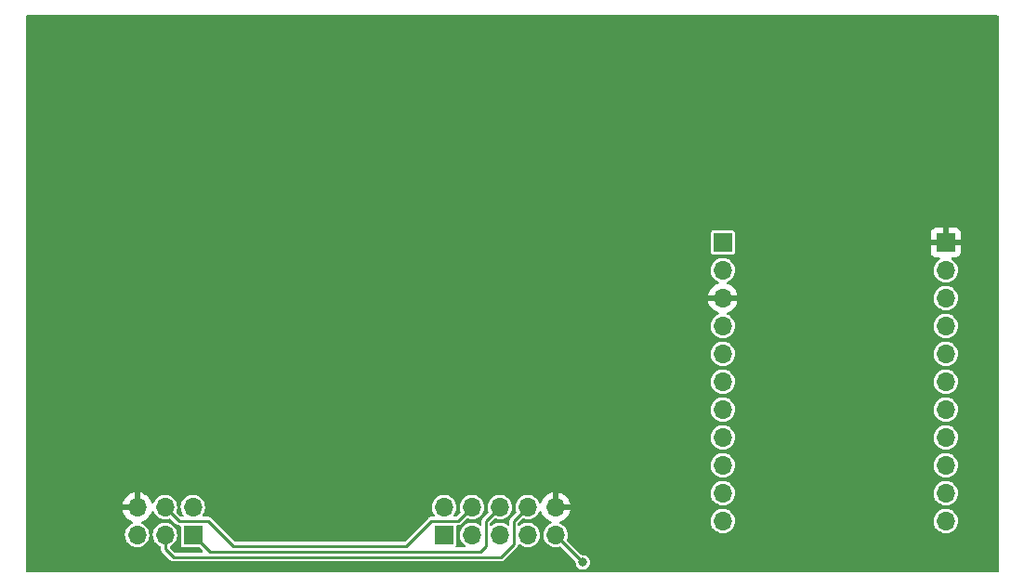
<source format=gbl>
G04 #@! TF.GenerationSoftware,KiCad,Pcbnew,6.0.2+dfsg-1*
G04 #@! TF.CreationDate,2023-09-16T20:59:25-06:00*
G04 #@! TF.ProjectId,ckt-dingdong-prog,636b742d-6469-46e6-9764-6f6e672d7072,rev?*
G04 #@! TF.SameCoordinates,Original*
G04 #@! TF.FileFunction,Copper,L2,Bot*
G04 #@! TF.FilePolarity,Positive*
%FSLAX46Y46*%
G04 Gerber Fmt 4.6, Leading zero omitted, Abs format (unit mm)*
G04 Created by KiCad (PCBNEW 6.0.2+dfsg-1) date 2023-09-16 20:59:25*
%MOMM*%
%LPD*%
G01*
G04 APERTURE LIST*
G04 #@! TA.AperFunction,ComponentPad*
%ADD10R,1.700000X1.700000*%
G04 #@! TD*
G04 #@! TA.AperFunction,ComponentPad*
%ADD11O,1.700000X1.700000*%
G04 #@! TD*
G04 #@! TA.AperFunction,ViaPad*
%ADD12C,0.800000*%
G04 #@! TD*
G04 #@! TA.AperFunction,Conductor*
%ADD13C,0.254000*%
G04 #@! TD*
G04 APERTURE END LIST*
D10*
X88905000Y-115575000D03*
D11*
X88905000Y-113035000D03*
X91445000Y-115575000D03*
X91445000Y-113035000D03*
X93985000Y-115575000D03*
X93985000Y-113035000D03*
X96525000Y-115575000D03*
X96525000Y-113035000D03*
X99065000Y-115575000D03*
X99065000Y-113035000D03*
D10*
X134620000Y-88900000D03*
D11*
X134620000Y-91440000D03*
X134620000Y-93980000D03*
X134620000Y-96520000D03*
X134620000Y-99060000D03*
X134620000Y-101600000D03*
X134620000Y-104140000D03*
X134620000Y-106680000D03*
X134620000Y-109220000D03*
X134620000Y-111760000D03*
X134620000Y-114300000D03*
D10*
X114300000Y-88900000D03*
D11*
X114300000Y-91440000D03*
X114300000Y-93980000D03*
X114300000Y-96520000D03*
X114300000Y-99060000D03*
X114300000Y-101600000D03*
X114300000Y-104140000D03*
X114300000Y-106680000D03*
X114300000Y-109220000D03*
X114300000Y-111760000D03*
X114300000Y-114300000D03*
D10*
X66025000Y-115575000D03*
D11*
X66025000Y-113035000D03*
X63485000Y-115575000D03*
X63485000Y-113035000D03*
X60945000Y-115575000D03*
X60945000Y-113035000D03*
D12*
X101546000Y-118056000D03*
X101600000Y-86741000D03*
X100584000Y-86741000D03*
D13*
X64750000Y-114300000D02*
X63485000Y-113035000D01*
X91445000Y-113035000D02*
X90180000Y-114300000D01*
X85471000Y-116586000D02*
X69723000Y-116586000D01*
X90180000Y-114300000D02*
X87757000Y-114300000D01*
X67437000Y-114300000D02*
X64750000Y-114300000D01*
X87757000Y-114300000D02*
X85471000Y-116586000D01*
X69723000Y-116586000D02*
X67437000Y-114300000D01*
X66025000Y-115575000D02*
X67544000Y-117094000D01*
X92202000Y-117094000D02*
X92710000Y-116586000D01*
X67544000Y-117094000D02*
X92202000Y-117094000D01*
X92710000Y-114310000D02*
X93985000Y-113035000D01*
X92710000Y-116586000D02*
X92710000Y-114310000D01*
X95250000Y-116459000D02*
X95250000Y-114310000D01*
X63485000Y-115575000D02*
X63485000Y-116825000D01*
X95250000Y-114310000D02*
X96525000Y-113035000D01*
X64262000Y-117602000D02*
X94107000Y-117602000D01*
X94107000Y-117602000D02*
X95250000Y-116459000D01*
X63485000Y-116825000D02*
X64262000Y-117602000D01*
X101546000Y-118056000D02*
X99065000Y-115575000D01*
G04 #@! TA.AperFunction,Conductor*
G36*
X139387621Y-68219502D02*
G01*
X139434114Y-68273158D01*
X139445500Y-68325500D01*
X139445500Y-118872500D01*
X139425498Y-118940621D01*
X139371842Y-118987114D01*
X139319500Y-118998500D01*
X50926500Y-118998500D01*
X50858379Y-118978498D01*
X50811886Y-118924842D01*
X50800500Y-118872500D01*
X50800500Y-113302966D01*
X59613257Y-113302966D01*
X59643565Y-113437446D01*
X59646645Y-113447275D01*
X59726770Y-113644603D01*
X59731413Y-113653794D01*
X59842694Y-113835388D01*
X59848777Y-113843699D01*
X59988213Y-114004667D01*
X59995580Y-114011883D01*
X60159434Y-114147916D01*
X60167881Y-114153831D01*
X60351756Y-114261279D01*
X60361042Y-114265729D01*
X60510124Y-114322657D01*
X60566627Y-114365644D01*
X60590920Y-114432355D01*
X60575290Y-114501610D01*
X60524699Y-114551421D01*
X60508785Y-114558579D01*
X60467463Y-114573824D01*
X60293010Y-114677612D01*
X60288670Y-114681418D01*
X60288666Y-114681421D01*
X60213756Y-114747116D01*
X60140392Y-114811455D01*
X60014720Y-114970869D01*
X60012031Y-114975980D01*
X60012029Y-114975983D01*
X59999073Y-115000609D01*
X59920203Y-115150515D01*
X59860007Y-115344378D01*
X59836148Y-115545964D01*
X59849424Y-115748522D01*
X59850845Y-115754118D01*
X59850846Y-115754123D01*
X59871119Y-115833945D01*
X59899392Y-115945269D01*
X59901809Y-115950512D01*
X59939010Y-116031208D01*
X59984377Y-116129616D01*
X59987710Y-116134332D01*
X60062477Y-116240125D01*
X60101533Y-116295389D01*
X60246938Y-116437035D01*
X60251742Y-116440245D01*
X60269067Y-116451821D01*
X60415720Y-116549812D01*
X60421023Y-116552090D01*
X60421026Y-116552092D01*
X60568327Y-116615377D01*
X60602228Y-116629942D01*
X60653197Y-116641475D01*
X60794579Y-116673467D01*
X60794584Y-116673468D01*
X60800216Y-116674742D01*
X60805987Y-116674969D01*
X60805989Y-116674969D01*
X60865756Y-116677317D01*
X61003053Y-116682712D01*
X61110348Y-116667155D01*
X61198231Y-116654413D01*
X61198236Y-116654412D01*
X61203945Y-116653584D01*
X61209409Y-116651729D01*
X61209414Y-116651728D01*
X61390693Y-116590192D01*
X61390698Y-116590190D01*
X61396165Y-116588334D01*
X61410472Y-116580322D01*
X61489235Y-116536212D01*
X61573276Y-116489147D01*
X61612969Y-116456135D01*
X61724913Y-116363031D01*
X61729345Y-116359345D01*
X61859147Y-116203276D01*
X61958334Y-116026165D01*
X61960190Y-116020698D01*
X61960192Y-116020693D01*
X62021728Y-115839414D01*
X62021729Y-115839409D01*
X62023584Y-115833945D01*
X62024412Y-115828236D01*
X62024413Y-115828231D01*
X62052179Y-115636727D01*
X62052712Y-115633053D01*
X62054232Y-115575000D01*
X62038840Y-115407485D01*
X62036187Y-115378613D01*
X62036186Y-115378610D01*
X62035658Y-115372859D01*
X62034090Y-115367299D01*
X61982125Y-115183046D01*
X61982124Y-115183044D01*
X61980557Y-115177487D01*
X61970949Y-115158002D01*
X61893331Y-115000609D01*
X61890776Y-114995428D01*
X61769320Y-114832779D01*
X61649044Y-114721597D01*
X61624503Y-114698911D01*
X61620258Y-114694987D01*
X61615372Y-114691904D01*
X61615371Y-114691903D01*
X61453464Y-114589748D01*
X61448581Y-114586667D01*
X61376614Y-114557955D01*
X61320755Y-114514134D01*
X61297455Y-114447069D01*
X61314111Y-114378054D01*
X61365436Y-114329000D01*
X61387098Y-114320239D01*
X61437252Y-114305192D01*
X61446842Y-114301433D01*
X61638095Y-114207739D01*
X61646945Y-114202464D01*
X61820328Y-114078792D01*
X61828200Y-114072139D01*
X61979052Y-113921812D01*
X61985730Y-113913965D01*
X62110003Y-113741020D01*
X62115313Y-113732183D01*
X62209670Y-113541267D01*
X62213469Y-113531672D01*
X62230066Y-113477047D01*
X62269007Y-113417683D01*
X62333862Y-113388796D01*
X62404038Y-113399558D01*
X62457256Y-113446551D01*
X62465048Y-113460922D01*
X62524377Y-113589616D01*
X62641533Y-113755389D01*
X62786938Y-113897035D01*
X62791742Y-113900245D01*
X62825083Y-113922523D01*
X62955720Y-114009812D01*
X62961023Y-114012090D01*
X62961026Y-114012092D01*
X63136921Y-114087662D01*
X63142228Y-114089942D01*
X63215244Y-114106464D01*
X63334579Y-114133467D01*
X63334584Y-114133468D01*
X63340216Y-114134742D01*
X63345987Y-114134969D01*
X63345989Y-114134969D01*
X63405756Y-114137317D01*
X63543053Y-114142712D01*
X63645203Y-114127901D01*
X63738231Y-114114413D01*
X63738236Y-114114412D01*
X63743945Y-114113584D01*
X63749409Y-114111729D01*
X63749414Y-114111728D01*
X63878880Y-114067780D01*
X63949815Y-114064824D01*
X64008476Y-114097998D01*
X64441958Y-114531480D01*
X64457311Y-114550489D01*
X64458278Y-114551552D01*
X64463929Y-114560304D01*
X64489527Y-114580484D01*
X64490472Y-114581229D01*
X64494950Y-114585208D01*
X64495010Y-114585137D01*
X64498967Y-114588490D01*
X64502648Y-114592171D01*
X64506880Y-114595195D01*
X64506882Y-114595197D01*
X64518457Y-114603469D01*
X64523202Y-114607032D01*
X64563670Y-114638934D01*
X64572355Y-114641984D01*
X64579842Y-114647334D01*
X64629247Y-114662109D01*
X64634842Y-114663927D01*
X64683502Y-114681016D01*
X64689091Y-114681500D01*
X64691804Y-114681500D01*
X64694469Y-114681615D01*
X64694532Y-114681634D01*
X64694525Y-114681808D01*
X64695271Y-114681855D01*
X64701524Y-114683725D01*
X64751383Y-114681766D01*
X64755678Y-114681597D01*
X64760625Y-114681500D01*
X64794500Y-114681500D01*
X64862621Y-114701502D01*
X64909114Y-114755158D01*
X64920500Y-114807500D01*
X64920501Y-115629344D01*
X64920501Y-116450066D01*
X64925273Y-116474056D01*
X64931920Y-116507476D01*
X64935266Y-116524301D01*
X64942161Y-116534621D01*
X64942162Y-116534622D01*
X64982516Y-116595015D01*
X64991516Y-116608484D01*
X65075699Y-116664734D01*
X65149933Y-116679500D01*
X65302551Y-116679500D01*
X66537786Y-116679499D01*
X66605907Y-116699501D01*
X66626882Y-116716404D01*
X66915882Y-117005405D01*
X66949907Y-117067717D01*
X66944842Y-117138533D01*
X66902295Y-117195368D01*
X66835775Y-117220179D01*
X66826786Y-117220500D01*
X64472213Y-117220500D01*
X64404092Y-117200498D01*
X64383117Y-117183595D01*
X63958795Y-116759272D01*
X63924770Y-116696960D01*
X63929835Y-116626144D01*
X63972382Y-116569309D01*
X63986325Y-116560243D01*
X64018584Y-116542177D01*
X64113276Y-116489147D01*
X64152969Y-116456135D01*
X64264913Y-116363031D01*
X64269345Y-116359345D01*
X64399147Y-116203276D01*
X64498334Y-116026165D01*
X64500190Y-116020698D01*
X64500192Y-116020693D01*
X64561728Y-115839414D01*
X64561729Y-115839409D01*
X64563584Y-115833945D01*
X64564412Y-115828236D01*
X64564413Y-115828231D01*
X64592179Y-115636727D01*
X64592712Y-115633053D01*
X64594232Y-115575000D01*
X64578840Y-115407485D01*
X64576187Y-115378613D01*
X64576186Y-115378610D01*
X64575658Y-115372859D01*
X64574090Y-115367299D01*
X64522125Y-115183046D01*
X64522124Y-115183044D01*
X64520557Y-115177487D01*
X64510949Y-115158002D01*
X64433331Y-115000609D01*
X64430776Y-114995428D01*
X64309320Y-114832779D01*
X64189044Y-114721597D01*
X64164503Y-114698911D01*
X64160258Y-114694987D01*
X64155372Y-114691904D01*
X64155371Y-114691903D01*
X63993464Y-114589748D01*
X63988581Y-114586667D01*
X63800039Y-114511446D01*
X63794379Y-114510320D01*
X63794375Y-114510319D01*
X63606613Y-114472971D01*
X63606610Y-114472971D01*
X63600946Y-114471844D01*
X63595171Y-114471768D01*
X63595167Y-114471768D01*
X63493793Y-114470441D01*
X63397971Y-114469187D01*
X63392274Y-114470166D01*
X63392273Y-114470166D01*
X63203607Y-114502585D01*
X63197910Y-114503564D01*
X63007463Y-114573824D01*
X62833010Y-114677612D01*
X62828670Y-114681418D01*
X62828666Y-114681421D01*
X62753756Y-114747116D01*
X62680392Y-114811455D01*
X62554720Y-114970869D01*
X62552031Y-114975980D01*
X62552029Y-114975983D01*
X62539073Y-115000609D01*
X62460203Y-115150515D01*
X62400007Y-115344378D01*
X62376148Y-115545964D01*
X62389424Y-115748522D01*
X62390845Y-115754118D01*
X62390846Y-115754123D01*
X62411119Y-115833945D01*
X62439392Y-115945269D01*
X62441809Y-115950512D01*
X62479010Y-116031208D01*
X62524377Y-116129616D01*
X62527710Y-116134332D01*
X62602477Y-116240125D01*
X62641533Y-116295389D01*
X62786938Y-116437035D01*
X62791742Y-116440245D01*
X62809067Y-116451821D01*
X62955720Y-116549812D01*
X62961027Y-116552092D01*
X62961029Y-116552093D01*
X63027237Y-116580538D01*
X63081930Y-116625806D01*
X63103500Y-116696306D01*
X63103500Y-116770865D01*
X63100914Y-116795164D01*
X63100846Y-116796602D01*
X63098655Y-116806780D01*
X63099879Y-116817120D01*
X63102627Y-116840342D01*
X63102979Y-116846320D01*
X63103072Y-116846312D01*
X63103500Y-116851490D01*
X63103500Y-116856692D01*
X63104354Y-116861822D01*
X63106686Y-116875832D01*
X63107522Y-116881704D01*
X63113582Y-116932907D01*
X63117567Y-116941206D01*
X63119078Y-116950283D01*
X63143558Y-116995651D01*
X63146239Y-117000914D01*
X63165127Y-117040250D01*
X63165130Y-117040254D01*
X63168560Y-117047398D01*
X63172170Y-117051692D01*
X63174102Y-117053624D01*
X63175889Y-117055573D01*
X63175918Y-117055626D01*
X63175788Y-117055745D01*
X63176289Y-117056313D01*
X63179388Y-117062057D01*
X63187033Y-117069124D01*
X63219195Y-117098854D01*
X63222762Y-117102284D01*
X63953960Y-117833483D01*
X63969314Y-117852494D01*
X63970280Y-117853556D01*
X63975929Y-117862304D01*
X63984104Y-117868748D01*
X63984106Y-117868751D01*
X64002472Y-117883229D01*
X64006947Y-117887206D01*
X64007008Y-117887135D01*
X64010965Y-117890488D01*
X64014648Y-117894171D01*
X64018883Y-117897197D01*
X64018885Y-117897199D01*
X64030436Y-117905453D01*
X64035182Y-117909016D01*
X64075670Y-117940934D01*
X64084357Y-117943985D01*
X64091843Y-117949334D01*
X64101819Y-117952317D01*
X64101820Y-117952318D01*
X64133202Y-117961703D01*
X64137463Y-117962977D01*
X64141211Y-117964098D01*
X64146843Y-117965928D01*
X64195502Y-117983016D01*
X64201091Y-117983500D01*
X64203802Y-117983500D01*
X64206469Y-117983615D01*
X64206532Y-117983634D01*
X64206525Y-117983808D01*
X64207271Y-117983855D01*
X64213524Y-117985725D01*
X64263383Y-117983766D01*
X64267678Y-117983597D01*
X64272625Y-117983500D01*
X94052865Y-117983500D01*
X94077164Y-117986086D01*
X94078602Y-117986154D01*
X94088780Y-117988345D01*
X94122341Y-117984373D01*
X94128320Y-117984021D01*
X94128312Y-117983928D01*
X94133490Y-117983500D01*
X94138692Y-117983500D01*
X94157846Y-117980312D01*
X94163704Y-117979478D01*
X94180318Y-117977512D01*
X94204567Y-117974642D01*
X94204568Y-117974642D01*
X94214907Y-117973418D01*
X94223206Y-117969433D01*
X94232283Y-117967922D01*
X94277651Y-117943442D01*
X94282914Y-117940761D01*
X94322250Y-117921873D01*
X94322254Y-117921870D01*
X94329398Y-117918440D01*
X94333692Y-117914830D01*
X94335624Y-117912898D01*
X94337573Y-117911111D01*
X94337626Y-117911082D01*
X94337745Y-117911212D01*
X94338313Y-117910711D01*
X94344057Y-117907612D01*
X94380867Y-117867791D01*
X94384296Y-117864226D01*
X95481480Y-116767042D01*
X95500489Y-116751689D01*
X95501552Y-116750722D01*
X95510304Y-116745071D01*
X95531229Y-116718528D01*
X95535208Y-116714050D01*
X95535137Y-116713990D01*
X95538490Y-116710033D01*
X95542171Y-116706352D01*
X95548883Y-116696960D01*
X95553469Y-116690543D01*
X95557032Y-116685798D01*
X95568935Y-116670699D01*
X95588934Y-116645330D01*
X95591984Y-116636645D01*
X95597334Y-116629158D01*
X95612109Y-116579753D01*
X95613930Y-116574150D01*
X95615891Y-116568568D01*
X95621677Y-116552092D01*
X95628389Y-116532980D01*
X95628390Y-116532976D01*
X95631016Y-116525498D01*
X95631500Y-116519909D01*
X95631500Y-116518527D01*
X95632430Y-116514207D01*
X95666321Y-116451821D01*
X95728560Y-116417662D01*
X95799386Y-116422575D01*
X95826343Y-116437926D01*
X95826938Y-116437035D01*
X95995720Y-116549812D01*
X96001023Y-116552090D01*
X96001026Y-116552092D01*
X96148327Y-116615377D01*
X96182228Y-116629942D01*
X96233197Y-116641475D01*
X96374579Y-116673467D01*
X96374584Y-116673468D01*
X96380216Y-116674742D01*
X96385987Y-116674969D01*
X96385989Y-116674969D01*
X96445756Y-116677317D01*
X96583053Y-116682712D01*
X96690348Y-116667155D01*
X96778231Y-116654413D01*
X96778236Y-116654412D01*
X96783945Y-116653584D01*
X96789409Y-116651729D01*
X96789414Y-116651728D01*
X96970693Y-116590192D01*
X96970698Y-116590190D01*
X96976165Y-116588334D01*
X96990472Y-116580322D01*
X97069235Y-116536212D01*
X97153276Y-116489147D01*
X97192969Y-116456135D01*
X97304913Y-116363031D01*
X97309345Y-116359345D01*
X97439147Y-116203276D01*
X97538334Y-116026165D01*
X97540190Y-116020698D01*
X97540192Y-116020693D01*
X97601728Y-115839414D01*
X97601729Y-115839409D01*
X97603584Y-115833945D01*
X97604412Y-115828236D01*
X97604413Y-115828231D01*
X97632179Y-115636727D01*
X97632712Y-115633053D01*
X97634232Y-115575000D01*
X97618840Y-115407485D01*
X97616187Y-115378613D01*
X97616186Y-115378610D01*
X97615658Y-115372859D01*
X97614090Y-115367299D01*
X97562125Y-115183046D01*
X97562124Y-115183044D01*
X97560557Y-115177487D01*
X97550949Y-115158002D01*
X97473331Y-115000609D01*
X97470776Y-114995428D01*
X97349320Y-114832779D01*
X97229044Y-114721597D01*
X97204503Y-114698911D01*
X97200258Y-114694987D01*
X97195372Y-114691904D01*
X97195371Y-114691903D01*
X97033464Y-114589748D01*
X97028581Y-114586667D01*
X96840039Y-114511446D01*
X96834379Y-114510320D01*
X96834375Y-114510319D01*
X96646613Y-114472971D01*
X96646610Y-114472971D01*
X96640946Y-114471844D01*
X96635171Y-114471768D01*
X96635167Y-114471768D01*
X96533793Y-114470441D01*
X96437971Y-114469187D01*
X96432274Y-114470166D01*
X96432273Y-114470166D01*
X96243607Y-114502585D01*
X96237910Y-114503564D01*
X96047463Y-114573824D01*
X95873010Y-114677612D01*
X95868667Y-114681421D01*
X95868660Y-114681426D01*
X95840577Y-114706054D01*
X95776173Y-114735931D01*
X95705840Y-114726245D01*
X95651909Y-114680072D01*
X95631500Y-114611322D01*
X95631500Y-114520212D01*
X95651502Y-114452091D01*
X95668405Y-114431117D01*
X96001085Y-114098437D01*
X96063397Y-114064411D01*
X96139917Y-114071764D01*
X96176925Y-114087664D01*
X96176928Y-114087665D01*
X96182228Y-114089942D01*
X96187857Y-114091216D01*
X96187858Y-114091216D01*
X96374579Y-114133467D01*
X96374584Y-114133468D01*
X96380216Y-114134742D01*
X96385987Y-114134969D01*
X96385989Y-114134969D01*
X96445756Y-114137317D01*
X96583053Y-114142712D01*
X96685203Y-114127901D01*
X96778231Y-114114413D01*
X96778236Y-114114412D01*
X96783945Y-114113584D01*
X96789409Y-114111729D01*
X96789414Y-114111728D01*
X96970693Y-114050192D01*
X96970698Y-114050190D01*
X96976165Y-114048334D01*
X96991590Y-114039696D01*
X97079078Y-113990700D01*
X97153276Y-113949147D01*
X97171395Y-113934078D01*
X97280696Y-113843172D01*
X97309345Y-113819345D01*
X97398681Y-113711931D01*
X97435453Y-113667718D01*
X97435455Y-113667715D01*
X97439147Y-113663276D01*
X97538334Y-113486165D01*
X97540720Y-113479135D01*
X97541170Y-113478496D01*
X97542541Y-113475416D01*
X97543146Y-113475685D01*
X97581553Y-113421059D01*
X97647305Y-113394278D01*
X97717098Y-113407295D01*
X97768773Y-113455980D01*
X97776777Y-113472229D01*
X97846770Y-113644603D01*
X97851413Y-113653794D01*
X97962694Y-113835388D01*
X97968777Y-113843699D01*
X98108213Y-114004667D01*
X98115580Y-114011883D01*
X98279434Y-114147916D01*
X98287881Y-114153831D01*
X98471756Y-114261279D01*
X98481042Y-114265729D01*
X98630124Y-114322657D01*
X98686627Y-114365644D01*
X98710920Y-114432355D01*
X98695290Y-114501610D01*
X98644699Y-114551421D01*
X98628785Y-114558579D01*
X98587463Y-114573824D01*
X98413010Y-114677612D01*
X98408670Y-114681418D01*
X98408666Y-114681421D01*
X98333756Y-114747116D01*
X98260392Y-114811455D01*
X98134720Y-114970869D01*
X98132031Y-114975980D01*
X98132029Y-114975983D01*
X98119073Y-115000609D01*
X98040203Y-115150515D01*
X97980007Y-115344378D01*
X97956148Y-115545964D01*
X97969424Y-115748522D01*
X97970845Y-115754118D01*
X97970846Y-115754123D01*
X97991119Y-115833945D01*
X98019392Y-115945269D01*
X98021809Y-115950512D01*
X98059010Y-116031208D01*
X98104377Y-116129616D01*
X98107710Y-116134332D01*
X98182477Y-116240125D01*
X98221533Y-116295389D01*
X98366938Y-116437035D01*
X98371742Y-116440245D01*
X98389067Y-116451821D01*
X98535720Y-116549812D01*
X98541023Y-116552090D01*
X98541026Y-116552092D01*
X98688327Y-116615377D01*
X98722228Y-116629942D01*
X98773197Y-116641475D01*
X98914579Y-116673467D01*
X98914584Y-116673468D01*
X98920216Y-116674742D01*
X98925987Y-116674969D01*
X98925989Y-116674969D01*
X98985756Y-116677317D01*
X99123053Y-116682712D01*
X99230348Y-116667155D01*
X99318231Y-116654413D01*
X99318236Y-116654412D01*
X99323945Y-116653584D01*
X99329409Y-116651729D01*
X99329414Y-116651728D01*
X99458880Y-116607780D01*
X99529815Y-116604824D01*
X99588476Y-116637998D01*
X100855920Y-117905443D01*
X100889946Y-117967755D01*
X100891747Y-118010982D01*
X100886729Y-118049096D01*
X100904113Y-118206553D01*
X100958553Y-118355319D01*
X101046908Y-118486805D01*
X101052527Y-118491918D01*
X101052528Y-118491919D01*
X101063903Y-118502269D01*
X101164076Y-118593419D01*
X101303293Y-118669008D01*
X101456522Y-118709207D01*
X101540477Y-118710526D01*
X101607319Y-118711576D01*
X101607322Y-118711576D01*
X101614916Y-118711695D01*
X101769332Y-118676329D01*
X101839742Y-118640917D01*
X101904072Y-118608563D01*
X101904075Y-118608561D01*
X101910855Y-118605151D01*
X101916626Y-118600222D01*
X101916629Y-118600220D01*
X102025536Y-118507204D01*
X102025536Y-118507203D01*
X102031314Y-118502269D01*
X102123755Y-118373624D01*
X102182842Y-118226641D01*
X102205162Y-118069807D01*
X102205307Y-118056000D01*
X102186276Y-117898733D01*
X102130280Y-117750546D01*
X102040553Y-117619992D01*
X101922275Y-117514611D01*
X101782274Y-117440484D01*
X101628633Y-117401892D01*
X101621034Y-117401852D01*
X101621033Y-117401852D01*
X101573079Y-117401601D01*
X101482179Y-117401125D01*
X101414165Y-117380767D01*
X101393745Y-117364222D01*
X100127998Y-116098475D01*
X100093972Y-116036163D01*
X100097780Y-115968879D01*
X100141728Y-115839414D01*
X100141729Y-115839409D01*
X100143584Y-115833945D01*
X100144412Y-115828236D01*
X100144413Y-115828231D01*
X100172179Y-115636727D01*
X100172712Y-115633053D01*
X100174232Y-115575000D01*
X100158840Y-115407485D01*
X100156187Y-115378613D01*
X100156186Y-115378610D01*
X100155658Y-115372859D01*
X100154090Y-115367299D01*
X100102125Y-115183046D01*
X100102124Y-115183044D01*
X100100557Y-115177487D01*
X100090949Y-115158002D01*
X100013331Y-115000609D01*
X100010776Y-114995428D01*
X99889320Y-114832779D01*
X99769044Y-114721597D01*
X99744503Y-114698911D01*
X99740258Y-114694987D01*
X99735372Y-114691904D01*
X99735371Y-114691903D01*
X99573464Y-114589748D01*
X99568581Y-114586667D01*
X99496614Y-114557955D01*
X99440755Y-114514134D01*
X99417455Y-114447069D01*
X99434111Y-114378054D01*
X99485436Y-114329000D01*
X99507098Y-114320239D01*
X99557252Y-114305192D01*
X99566842Y-114301433D01*
X99629037Y-114270964D01*
X113191148Y-114270964D01*
X113204424Y-114473522D01*
X113205845Y-114479118D01*
X113205846Y-114479123D01*
X113239421Y-114611322D01*
X113254392Y-114670269D01*
X113256809Y-114675512D01*
X113293526Y-114755158D01*
X113339377Y-114854616D01*
X113342710Y-114859332D01*
X113418330Y-114966332D01*
X113456533Y-115020389D01*
X113460675Y-115024424D01*
X113517637Y-115079913D01*
X113601938Y-115162035D01*
X113770720Y-115274812D01*
X113776023Y-115277090D01*
X113776026Y-115277092D01*
X113945993Y-115350115D01*
X113957228Y-115354942D01*
X114030244Y-115371464D01*
X114149579Y-115398467D01*
X114149584Y-115398468D01*
X114155216Y-115399742D01*
X114160987Y-115399969D01*
X114160989Y-115399969D01*
X114220756Y-115402317D01*
X114358053Y-115407712D01*
X114458499Y-115393148D01*
X114553231Y-115379413D01*
X114553236Y-115379412D01*
X114558945Y-115378584D01*
X114564409Y-115376729D01*
X114564414Y-115376728D01*
X114745693Y-115315192D01*
X114745698Y-115315190D01*
X114751165Y-115313334D01*
X114928276Y-115214147D01*
X114990934Y-115162035D01*
X115079913Y-115088031D01*
X115084345Y-115084345D01*
X115162145Y-114990801D01*
X115210453Y-114932718D01*
X115210455Y-114932715D01*
X115214147Y-114928276D01*
X115313334Y-114751165D01*
X115315190Y-114745698D01*
X115315192Y-114745693D01*
X115376728Y-114564414D01*
X115376729Y-114564409D01*
X115378584Y-114558945D01*
X115379412Y-114553236D01*
X115379413Y-114553231D01*
X115407179Y-114361727D01*
X115407712Y-114358053D01*
X115409232Y-114300000D01*
X115406564Y-114270964D01*
X133511148Y-114270964D01*
X133524424Y-114473522D01*
X133525845Y-114479118D01*
X133525846Y-114479123D01*
X133559421Y-114611322D01*
X133574392Y-114670269D01*
X133576809Y-114675512D01*
X133613526Y-114755158D01*
X133659377Y-114854616D01*
X133662710Y-114859332D01*
X133738330Y-114966332D01*
X133776533Y-115020389D01*
X133780675Y-115024424D01*
X133837637Y-115079913D01*
X133921938Y-115162035D01*
X134090720Y-115274812D01*
X134096023Y-115277090D01*
X134096026Y-115277092D01*
X134265993Y-115350115D01*
X134277228Y-115354942D01*
X134350244Y-115371464D01*
X134469579Y-115398467D01*
X134469584Y-115398468D01*
X134475216Y-115399742D01*
X134480987Y-115399969D01*
X134480989Y-115399969D01*
X134540756Y-115402317D01*
X134678053Y-115407712D01*
X134778499Y-115393148D01*
X134873231Y-115379413D01*
X134873236Y-115379412D01*
X134878945Y-115378584D01*
X134884409Y-115376729D01*
X134884414Y-115376728D01*
X135065693Y-115315192D01*
X135065698Y-115315190D01*
X135071165Y-115313334D01*
X135248276Y-115214147D01*
X135310934Y-115162035D01*
X135399913Y-115088031D01*
X135404345Y-115084345D01*
X135482145Y-114990801D01*
X135530453Y-114932718D01*
X135530455Y-114932715D01*
X135534147Y-114928276D01*
X135633334Y-114751165D01*
X135635190Y-114745698D01*
X135635192Y-114745693D01*
X135696728Y-114564414D01*
X135696729Y-114564409D01*
X135698584Y-114558945D01*
X135699412Y-114553236D01*
X135699413Y-114553231D01*
X135727179Y-114361727D01*
X135727712Y-114358053D01*
X135729232Y-114300000D01*
X135715258Y-114147916D01*
X135711187Y-114103613D01*
X135711186Y-114103610D01*
X135710658Y-114097859D01*
X135708785Y-114091217D01*
X135657125Y-113908046D01*
X135657124Y-113908044D01*
X135655557Y-113902487D01*
X135652869Y-113897035D01*
X135568331Y-113725609D01*
X135565776Y-113720428D01*
X135444320Y-113557779D01*
X135295258Y-113419987D01*
X135290375Y-113416906D01*
X135290371Y-113416903D01*
X135128464Y-113314748D01*
X135123581Y-113311667D01*
X134935039Y-113236446D01*
X134929379Y-113235320D01*
X134929375Y-113235319D01*
X134741613Y-113197971D01*
X134741610Y-113197971D01*
X134735946Y-113196844D01*
X134730171Y-113196768D01*
X134730167Y-113196768D01*
X134628793Y-113195441D01*
X134532971Y-113194187D01*
X134527274Y-113195166D01*
X134527273Y-113195166D01*
X134416951Y-113214123D01*
X134332910Y-113228564D01*
X134142463Y-113298824D01*
X133968010Y-113402612D01*
X133963670Y-113406418D01*
X133963666Y-113406421D01*
X133869822Y-113488721D01*
X133815392Y-113536455D01*
X133811817Y-113540990D01*
X133811816Y-113540991D01*
X133802032Y-113553402D01*
X133689720Y-113695869D01*
X133687031Y-113700980D01*
X133687029Y-113700983D01*
X133674073Y-113725609D01*
X133595203Y-113875515D01*
X133535007Y-114069378D01*
X133511148Y-114270964D01*
X115406564Y-114270964D01*
X115395258Y-114147916D01*
X115391187Y-114103613D01*
X115391186Y-114103610D01*
X115390658Y-114097859D01*
X115388785Y-114091217D01*
X115337125Y-113908046D01*
X115337124Y-113908044D01*
X115335557Y-113902487D01*
X115332869Y-113897035D01*
X115248331Y-113725609D01*
X115245776Y-113720428D01*
X115124320Y-113557779D01*
X114975258Y-113419987D01*
X114970375Y-113416906D01*
X114970371Y-113416903D01*
X114808464Y-113314748D01*
X114803581Y-113311667D01*
X114615039Y-113236446D01*
X114609379Y-113235320D01*
X114609375Y-113235319D01*
X114421613Y-113197971D01*
X114421610Y-113197971D01*
X114415946Y-113196844D01*
X114410171Y-113196768D01*
X114410167Y-113196768D01*
X114308793Y-113195441D01*
X114212971Y-113194187D01*
X114207274Y-113195166D01*
X114207273Y-113195166D01*
X114096951Y-113214123D01*
X114012910Y-113228564D01*
X113822463Y-113298824D01*
X113648010Y-113402612D01*
X113643670Y-113406418D01*
X113643666Y-113406421D01*
X113549822Y-113488721D01*
X113495392Y-113536455D01*
X113491817Y-113540990D01*
X113491816Y-113540991D01*
X113482032Y-113553402D01*
X113369720Y-113695869D01*
X113367031Y-113700980D01*
X113367029Y-113700983D01*
X113354073Y-113725609D01*
X113275203Y-113875515D01*
X113215007Y-114069378D01*
X113191148Y-114270964D01*
X99629037Y-114270964D01*
X99758095Y-114207739D01*
X99766945Y-114202464D01*
X99940328Y-114078792D01*
X99948200Y-114072139D01*
X100099052Y-113921812D01*
X100105730Y-113913965D01*
X100230003Y-113741020D01*
X100235313Y-113732183D01*
X100329670Y-113541267D01*
X100333469Y-113531672D01*
X100395377Y-113327910D01*
X100397555Y-113317837D01*
X100398986Y-113306962D01*
X100396775Y-113292778D01*
X100383617Y-113289000D01*
X98937000Y-113289000D01*
X98868879Y-113268998D01*
X98822386Y-113215342D01*
X98811000Y-113163000D01*
X98811000Y-112762885D01*
X99319000Y-112762885D01*
X99323475Y-112778124D01*
X99324865Y-112779329D01*
X99332548Y-112781000D01*
X100383344Y-112781000D01*
X100396875Y-112777027D01*
X100398180Y-112767947D01*
X100356214Y-112600875D01*
X100352894Y-112591124D01*
X100267972Y-112395814D01*
X100263105Y-112386739D01*
X100147426Y-112207926D01*
X100141136Y-112199757D01*
X99997806Y-112042240D01*
X99990273Y-112035215D01*
X99823139Y-111903222D01*
X99814552Y-111897517D01*
X99628117Y-111794599D01*
X99618705Y-111790369D01*
X99450953Y-111730964D01*
X113191148Y-111730964D01*
X113204424Y-111933522D01*
X113205845Y-111939118D01*
X113205846Y-111939123D01*
X113233942Y-112049748D01*
X113254392Y-112130269D01*
X113256809Y-112135512D01*
X113294010Y-112216208D01*
X113339377Y-112314616D01*
X113342710Y-112319332D01*
X113418330Y-112426332D01*
X113456533Y-112480389D01*
X113601938Y-112622035D01*
X113770720Y-112734812D01*
X113776023Y-112737090D01*
X113776026Y-112737092D01*
X113945993Y-112810115D01*
X113957228Y-112814942D01*
X114030244Y-112831464D01*
X114149579Y-112858467D01*
X114149584Y-112858468D01*
X114155216Y-112859742D01*
X114160987Y-112859969D01*
X114160989Y-112859969D01*
X114220756Y-112862317D01*
X114358053Y-112867712D01*
X114458499Y-112853148D01*
X114553231Y-112839413D01*
X114553236Y-112839412D01*
X114558945Y-112838584D01*
X114564409Y-112836729D01*
X114564414Y-112836728D01*
X114745693Y-112775192D01*
X114745698Y-112775190D01*
X114751165Y-112773334D01*
X114758578Y-112769183D01*
X114825683Y-112731602D01*
X114928276Y-112674147D01*
X114936437Y-112667360D01*
X115079913Y-112548031D01*
X115084345Y-112544345D01*
X115162145Y-112450801D01*
X115210453Y-112392718D01*
X115210455Y-112392715D01*
X115214147Y-112388276D01*
X115313334Y-112211165D01*
X115315190Y-112205698D01*
X115315192Y-112205693D01*
X115376728Y-112024414D01*
X115376729Y-112024409D01*
X115378584Y-112018945D01*
X115379412Y-112013236D01*
X115379413Y-112013231D01*
X115398000Y-111885036D01*
X115407712Y-111818053D01*
X115409232Y-111760000D01*
X115406564Y-111730964D01*
X133511148Y-111730964D01*
X133524424Y-111933522D01*
X133525845Y-111939118D01*
X133525846Y-111939123D01*
X133553942Y-112049748D01*
X133574392Y-112130269D01*
X133576809Y-112135512D01*
X133614010Y-112216208D01*
X133659377Y-112314616D01*
X133662710Y-112319332D01*
X133738330Y-112426332D01*
X133776533Y-112480389D01*
X133921938Y-112622035D01*
X134090720Y-112734812D01*
X134096023Y-112737090D01*
X134096026Y-112737092D01*
X134265993Y-112810115D01*
X134277228Y-112814942D01*
X134350244Y-112831464D01*
X134469579Y-112858467D01*
X134469584Y-112858468D01*
X134475216Y-112859742D01*
X134480987Y-112859969D01*
X134480989Y-112859969D01*
X134540756Y-112862317D01*
X134678053Y-112867712D01*
X134778499Y-112853148D01*
X134873231Y-112839413D01*
X134873236Y-112839412D01*
X134878945Y-112838584D01*
X134884409Y-112836729D01*
X134884414Y-112836728D01*
X135065693Y-112775192D01*
X135065698Y-112775190D01*
X135071165Y-112773334D01*
X135078578Y-112769183D01*
X135145683Y-112731602D01*
X135248276Y-112674147D01*
X135256437Y-112667360D01*
X135399913Y-112548031D01*
X135404345Y-112544345D01*
X135482145Y-112450801D01*
X135530453Y-112392718D01*
X135530455Y-112392715D01*
X135534147Y-112388276D01*
X135633334Y-112211165D01*
X135635190Y-112205698D01*
X135635192Y-112205693D01*
X135696728Y-112024414D01*
X135696729Y-112024409D01*
X135698584Y-112018945D01*
X135699412Y-112013236D01*
X135699413Y-112013231D01*
X135718000Y-111885036D01*
X135727712Y-111818053D01*
X135729232Y-111760000D01*
X135710658Y-111557859D01*
X135709090Y-111552299D01*
X135657125Y-111368046D01*
X135657124Y-111368044D01*
X135655557Y-111362487D01*
X135644978Y-111341033D01*
X135568331Y-111185609D01*
X135565776Y-111180428D01*
X135444320Y-111017779D01*
X135295258Y-110879987D01*
X135290375Y-110876906D01*
X135290371Y-110876903D01*
X135128464Y-110774748D01*
X135123581Y-110771667D01*
X134935039Y-110696446D01*
X134929379Y-110695320D01*
X134929375Y-110695319D01*
X134741613Y-110657971D01*
X134741610Y-110657971D01*
X134735946Y-110656844D01*
X134730171Y-110656768D01*
X134730167Y-110656768D01*
X134628793Y-110655441D01*
X134532971Y-110654187D01*
X134527274Y-110655166D01*
X134527273Y-110655166D01*
X134338607Y-110687585D01*
X134332910Y-110688564D01*
X134142463Y-110758824D01*
X133968010Y-110862612D01*
X133963670Y-110866418D01*
X133963666Y-110866421D01*
X133943723Y-110883911D01*
X133815392Y-110996455D01*
X133689720Y-111155869D01*
X133687031Y-111160980D01*
X133687029Y-111160983D01*
X133674073Y-111185609D01*
X133595203Y-111335515D01*
X133535007Y-111529378D01*
X133511148Y-111730964D01*
X115406564Y-111730964D01*
X115390658Y-111557859D01*
X115389090Y-111552299D01*
X115337125Y-111368046D01*
X115337124Y-111368044D01*
X115335557Y-111362487D01*
X115324978Y-111341033D01*
X115248331Y-111185609D01*
X115245776Y-111180428D01*
X115124320Y-111017779D01*
X114975258Y-110879987D01*
X114970375Y-110876906D01*
X114970371Y-110876903D01*
X114808464Y-110774748D01*
X114803581Y-110771667D01*
X114615039Y-110696446D01*
X114609379Y-110695320D01*
X114609375Y-110695319D01*
X114421613Y-110657971D01*
X114421610Y-110657971D01*
X114415946Y-110656844D01*
X114410171Y-110656768D01*
X114410167Y-110656768D01*
X114308793Y-110655441D01*
X114212971Y-110654187D01*
X114207274Y-110655166D01*
X114207273Y-110655166D01*
X114018607Y-110687585D01*
X114012910Y-110688564D01*
X113822463Y-110758824D01*
X113648010Y-110862612D01*
X113643670Y-110866418D01*
X113643666Y-110866421D01*
X113623723Y-110883911D01*
X113495392Y-110996455D01*
X113369720Y-111155869D01*
X113367031Y-111160980D01*
X113367029Y-111160983D01*
X113354073Y-111185609D01*
X113275203Y-111335515D01*
X113215007Y-111529378D01*
X113191148Y-111730964D01*
X99450953Y-111730964D01*
X99417959Y-111719280D01*
X99407988Y-111716646D01*
X99336837Y-111703972D01*
X99323540Y-111705432D01*
X99319000Y-111719989D01*
X99319000Y-112762885D01*
X98811000Y-112762885D01*
X98811000Y-111718102D01*
X98807082Y-111704758D01*
X98792806Y-111702771D01*
X98754324Y-111708660D01*
X98744288Y-111711051D01*
X98541868Y-111777212D01*
X98532359Y-111781209D01*
X98343463Y-111879542D01*
X98334738Y-111885036D01*
X98164433Y-112012905D01*
X98156726Y-112019748D01*
X98009590Y-112173717D01*
X98003104Y-112181727D01*
X97883098Y-112357649D01*
X97878000Y-112366623D01*
X97788338Y-112559783D01*
X97784777Y-112569464D01*
X97780291Y-112585640D01*
X97742813Y-112645939D01*
X97678684Y-112676403D01*
X97608266Y-112667360D01*
X97553915Y-112621682D01*
X97545867Y-112607698D01*
X97473331Y-112460609D01*
X97470776Y-112455428D01*
X97349320Y-112292779D01*
X97200258Y-112154987D01*
X97195375Y-112151906D01*
X97195371Y-112151903D01*
X97033464Y-112049748D01*
X97028581Y-112046667D01*
X96840039Y-111971446D01*
X96834379Y-111970320D01*
X96834375Y-111970319D01*
X96646613Y-111932971D01*
X96646610Y-111932971D01*
X96640946Y-111931844D01*
X96635171Y-111931768D01*
X96635167Y-111931768D01*
X96533793Y-111930441D01*
X96437971Y-111929187D01*
X96432274Y-111930166D01*
X96432273Y-111930166D01*
X96380147Y-111939123D01*
X96237910Y-111963564D01*
X96047463Y-112033824D01*
X95873010Y-112137612D01*
X95868670Y-112141418D01*
X95868666Y-112141421D01*
X95789139Y-112211165D01*
X95720392Y-112271455D01*
X95594720Y-112430869D01*
X95592031Y-112435980D01*
X95592029Y-112435983D01*
X95579073Y-112460609D01*
X95500203Y-112610515D01*
X95440007Y-112804378D01*
X95416148Y-113005964D01*
X95429424Y-113208522D01*
X95430845Y-113214118D01*
X95430846Y-113214123D01*
X95450872Y-113292973D01*
X95479392Y-113405269D01*
X95481809Y-113410512D01*
X95481811Y-113410517D01*
X95485483Y-113418483D01*
X95495836Y-113488721D01*
X95466573Y-113553406D01*
X95460151Y-113560327D01*
X95018520Y-114001958D01*
X94999511Y-114017311D01*
X94998448Y-114018278D01*
X94989696Y-114023929D01*
X94976866Y-114040204D01*
X94968771Y-114050472D01*
X94964794Y-114054947D01*
X94964865Y-114055008D01*
X94961512Y-114058965D01*
X94957829Y-114062648D01*
X94954803Y-114066883D01*
X94954801Y-114066885D01*
X94946547Y-114078436D01*
X94942982Y-114083185D01*
X94918364Y-114114413D01*
X94911066Y-114123670D01*
X94908015Y-114132357D01*
X94902666Y-114139843D01*
X94899683Y-114149819D01*
X94899682Y-114149820D01*
X94887902Y-114189211D01*
X94886072Y-114194843D01*
X94868984Y-114243502D01*
X94868500Y-114249091D01*
X94868500Y-114251802D01*
X94868385Y-114254469D01*
X94868366Y-114254532D01*
X94868192Y-114254525D01*
X94868145Y-114255271D01*
X94866275Y-114261524D01*
X94867991Y-114305192D01*
X94868403Y-114315678D01*
X94868500Y-114320625D01*
X94868500Y-114599941D01*
X94848498Y-114668062D01*
X94794842Y-114714555D01*
X94724568Y-114724659D01*
X94665793Y-114699901D01*
X94664503Y-114698911D01*
X94660258Y-114694987D01*
X94644622Y-114685121D01*
X94493464Y-114589748D01*
X94488581Y-114586667D01*
X94300039Y-114511446D01*
X94294379Y-114510320D01*
X94294375Y-114510319D01*
X94106613Y-114472971D01*
X94106610Y-114472971D01*
X94100946Y-114471844D01*
X94095171Y-114471768D01*
X94095167Y-114471768D01*
X93993793Y-114470441D01*
X93897971Y-114469187D01*
X93892274Y-114470166D01*
X93892273Y-114470166D01*
X93703607Y-114502585D01*
X93697910Y-114503564D01*
X93507463Y-114573824D01*
X93333010Y-114677612D01*
X93328667Y-114681421D01*
X93328660Y-114681426D01*
X93300577Y-114706054D01*
X93236173Y-114735931D01*
X93165840Y-114726245D01*
X93111909Y-114680072D01*
X93091500Y-114611322D01*
X93091500Y-114520212D01*
X93111502Y-114452091D01*
X93128405Y-114431117D01*
X93461085Y-114098437D01*
X93523397Y-114064411D01*
X93599917Y-114071764D01*
X93636925Y-114087664D01*
X93636928Y-114087665D01*
X93642228Y-114089942D01*
X93647857Y-114091216D01*
X93647858Y-114091216D01*
X93834579Y-114133467D01*
X93834584Y-114133468D01*
X93840216Y-114134742D01*
X93845987Y-114134969D01*
X93845989Y-114134969D01*
X93905756Y-114137317D01*
X94043053Y-114142712D01*
X94145203Y-114127901D01*
X94238231Y-114114413D01*
X94238236Y-114114412D01*
X94243945Y-114113584D01*
X94249409Y-114111729D01*
X94249414Y-114111728D01*
X94430693Y-114050192D01*
X94430698Y-114050190D01*
X94436165Y-114048334D01*
X94451590Y-114039696D01*
X94539078Y-113990700D01*
X94613276Y-113949147D01*
X94631395Y-113934078D01*
X94740696Y-113843172D01*
X94769345Y-113819345D01*
X94858681Y-113711931D01*
X94895453Y-113667718D01*
X94895455Y-113667715D01*
X94899147Y-113663276D01*
X94998334Y-113486165D01*
X95000190Y-113480698D01*
X95000192Y-113480693D01*
X95061728Y-113299414D01*
X95061729Y-113299409D01*
X95063584Y-113293945D01*
X95064412Y-113288236D01*
X95064413Y-113288231D01*
X95092179Y-113096727D01*
X95092712Y-113093053D01*
X95094232Y-113035000D01*
X95078840Y-112867485D01*
X95076187Y-112838613D01*
X95076186Y-112838610D01*
X95075658Y-112832859D01*
X95074090Y-112827299D01*
X95022125Y-112643046D01*
X95022124Y-112643044D01*
X95020557Y-112637487D01*
X95010949Y-112618002D01*
X94933331Y-112460609D01*
X94930776Y-112455428D01*
X94809320Y-112292779D01*
X94660258Y-112154987D01*
X94655375Y-112151906D01*
X94655371Y-112151903D01*
X94493464Y-112049748D01*
X94488581Y-112046667D01*
X94300039Y-111971446D01*
X94294379Y-111970320D01*
X94294375Y-111970319D01*
X94106613Y-111932971D01*
X94106610Y-111932971D01*
X94100946Y-111931844D01*
X94095171Y-111931768D01*
X94095167Y-111931768D01*
X93993793Y-111930441D01*
X93897971Y-111929187D01*
X93892274Y-111930166D01*
X93892273Y-111930166D01*
X93840147Y-111939123D01*
X93697910Y-111963564D01*
X93507463Y-112033824D01*
X93333010Y-112137612D01*
X93328670Y-112141418D01*
X93328666Y-112141421D01*
X93249139Y-112211165D01*
X93180392Y-112271455D01*
X93054720Y-112430869D01*
X93052031Y-112435980D01*
X93052029Y-112435983D01*
X93039073Y-112460609D01*
X92960203Y-112610515D01*
X92900007Y-112804378D01*
X92876148Y-113005964D01*
X92889424Y-113208522D01*
X92890845Y-113214118D01*
X92890846Y-113214123D01*
X92910872Y-113292973D01*
X92939392Y-113405269D01*
X92941809Y-113410512D01*
X92941811Y-113410517D01*
X92945483Y-113418483D01*
X92955836Y-113488721D01*
X92926573Y-113553406D01*
X92920151Y-113560327D01*
X92478520Y-114001958D01*
X92459511Y-114017311D01*
X92458448Y-114018278D01*
X92449696Y-114023929D01*
X92436866Y-114040204D01*
X92428771Y-114050472D01*
X92424794Y-114054947D01*
X92424865Y-114055008D01*
X92421512Y-114058965D01*
X92417829Y-114062648D01*
X92414803Y-114066883D01*
X92414801Y-114066885D01*
X92406547Y-114078436D01*
X92402982Y-114083185D01*
X92378364Y-114114413D01*
X92371066Y-114123670D01*
X92368015Y-114132357D01*
X92362666Y-114139843D01*
X92359683Y-114149819D01*
X92359682Y-114149820D01*
X92347902Y-114189211D01*
X92346072Y-114194843D01*
X92328984Y-114243502D01*
X92328500Y-114249091D01*
X92328500Y-114251802D01*
X92328385Y-114254469D01*
X92328366Y-114254532D01*
X92328192Y-114254525D01*
X92328145Y-114255271D01*
X92326275Y-114261524D01*
X92327991Y-114305192D01*
X92328403Y-114315678D01*
X92328500Y-114320625D01*
X92328500Y-114599941D01*
X92308498Y-114668062D01*
X92254842Y-114714555D01*
X92184568Y-114724659D01*
X92125793Y-114699901D01*
X92124503Y-114698911D01*
X92120258Y-114694987D01*
X92104622Y-114685121D01*
X91953464Y-114589748D01*
X91948581Y-114586667D01*
X91760039Y-114511446D01*
X91754379Y-114510320D01*
X91754375Y-114510319D01*
X91566613Y-114472971D01*
X91566610Y-114472971D01*
X91560946Y-114471844D01*
X91555171Y-114471768D01*
X91555167Y-114471768D01*
X91453793Y-114470441D01*
X91357971Y-114469187D01*
X91352274Y-114470166D01*
X91352273Y-114470166D01*
X91163607Y-114502585D01*
X91157910Y-114503564D01*
X90967463Y-114573824D01*
X90793010Y-114677612D01*
X90788670Y-114681418D01*
X90788666Y-114681421D01*
X90713756Y-114747116D01*
X90640392Y-114811455D01*
X90514720Y-114970869D01*
X90512031Y-114975980D01*
X90512029Y-114975983D01*
X90499073Y-115000609D01*
X90420203Y-115150515D01*
X90360007Y-115344378D01*
X90336148Y-115545964D01*
X90349424Y-115748522D01*
X90350845Y-115754118D01*
X90350846Y-115754123D01*
X90371119Y-115833945D01*
X90399392Y-115945269D01*
X90401809Y-115950512D01*
X90439010Y-116031208D01*
X90484377Y-116129616D01*
X90487710Y-116134332D01*
X90562477Y-116240125D01*
X90601533Y-116295389D01*
X90746938Y-116437035D01*
X90751742Y-116440245D01*
X90813836Y-116481735D01*
X90859364Y-116536212D01*
X90868212Y-116606655D01*
X90837570Y-116670699D01*
X90777169Y-116708011D01*
X90743834Y-116712500D01*
X90102731Y-116712500D01*
X90034610Y-116692498D01*
X89988117Y-116638842D01*
X89978013Y-116568568D01*
X89986322Y-116538282D01*
X89987839Y-116534621D01*
X89994734Y-116524301D01*
X90009500Y-116450067D01*
X90009499Y-114809534D01*
X90029501Y-114741413D01*
X90083157Y-114694920D01*
X90141435Y-114683674D01*
X90151600Y-114684153D01*
X90161780Y-114686345D01*
X90195341Y-114682373D01*
X90201320Y-114682021D01*
X90201312Y-114681928D01*
X90206490Y-114681500D01*
X90211692Y-114681500D01*
X90230846Y-114678312D01*
X90236704Y-114677478D01*
X90260540Y-114674657D01*
X90277567Y-114672642D01*
X90277568Y-114672642D01*
X90287907Y-114671418D01*
X90296206Y-114667433D01*
X90305283Y-114665922D01*
X90350651Y-114641442D01*
X90355914Y-114638761D01*
X90395250Y-114619873D01*
X90395254Y-114619870D01*
X90402398Y-114616440D01*
X90406692Y-114612830D01*
X90408624Y-114610898D01*
X90410573Y-114609111D01*
X90410626Y-114609082D01*
X90410745Y-114609212D01*
X90411313Y-114608711D01*
X90417057Y-114605612D01*
X90426685Y-114595197D01*
X90453866Y-114565792D01*
X90457296Y-114562226D01*
X90921085Y-114098437D01*
X90983397Y-114064411D01*
X91059917Y-114071764D01*
X91096925Y-114087664D01*
X91096928Y-114087665D01*
X91102228Y-114089942D01*
X91107857Y-114091216D01*
X91107858Y-114091216D01*
X91294579Y-114133467D01*
X91294584Y-114133468D01*
X91300216Y-114134742D01*
X91305987Y-114134969D01*
X91305989Y-114134969D01*
X91365756Y-114137317D01*
X91503053Y-114142712D01*
X91605203Y-114127901D01*
X91698231Y-114114413D01*
X91698236Y-114114412D01*
X91703945Y-114113584D01*
X91709409Y-114111729D01*
X91709414Y-114111728D01*
X91890693Y-114050192D01*
X91890698Y-114050190D01*
X91896165Y-114048334D01*
X91911590Y-114039696D01*
X91999078Y-113990700D01*
X92073276Y-113949147D01*
X92091395Y-113934078D01*
X92200696Y-113843172D01*
X92229345Y-113819345D01*
X92318681Y-113711931D01*
X92355453Y-113667718D01*
X92355455Y-113667715D01*
X92359147Y-113663276D01*
X92458334Y-113486165D01*
X92460190Y-113480698D01*
X92460192Y-113480693D01*
X92521728Y-113299414D01*
X92521729Y-113299409D01*
X92523584Y-113293945D01*
X92524412Y-113288236D01*
X92524413Y-113288231D01*
X92552179Y-113096727D01*
X92552712Y-113093053D01*
X92554232Y-113035000D01*
X92538840Y-112867485D01*
X92536187Y-112838613D01*
X92536186Y-112838610D01*
X92535658Y-112832859D01*
X92534090Y-112827299D01*
X92482125Y-112643046D01*
X92482124Y-112643044D01*
X92480557Y-112637487D01*
X92470949Y-112618002D01*
X92393331Y-112460609D01*
X92390776Y-112455428D01*
X92269320Y-112292779D01*
X92120258Y-112154987D01*
X92115375Y-112151906D01*
X92115371Y-112151903D01*
X91953464Y-112049748D01*
X91948581Y-112046667D01*
X91760039Y-111971446D01*
X91754379Y-111970320D01*
X91754375Y-111970319D01*
X91566613Y-111932971D01*
X91566610Y-111932971D01*
X91560946Y-111931844D01*
X91555171Y-111931768D01*
X91555167Y-111931768D01*
X91453793Y-111930441D01*
X91357971Y-111929187D01*
X91352274Y-111930166D01*
X91352273Y-111930166D01*
X91300147Y-111939123D01*
X91157910Y-111963564D01*
X90967463Y-112033824D01*
X90793010Y-112137612D01*
X90788670Y-112141418D01*
X90788666Y-112141421D01*
X90709139Y-112211165D01*
X90640392Y-112271455D01*
X90514720Y-112430869D01*
X90512031Y-112435980D01*
X90512029Y-112435983D01*
X90499073Y-112460609D01*
X90420203Y-112610515D01*
X90360007Y-112804378D01*
X90336148Y-113005964D01*
X90349424Y-113208522D01*
X90350845Y-113214118D01*
X90350846Y-113214123D01*
X90370872Y-113292973D01*
X90399392Y-113405269D01*
X90401809Y-113410511D01*
X90401809Y-113410512D01*
X90405482Y-113418479D01*
X90415837Y-113488716D01*
X90386575Y-113553402D01*
X90380153Y-113560325D01*
X90214868Y-113725609D01*
X90058881Y-113881596D01*
X89996569Y-113915621D01*
X89969786Y-113918500D01*
X89875556Y-113918500D01*
X89807435Y-113898498D01*
X89760942Y-113844842D01*
X89750838Y-113774568D01*
X89778682Y-113711931D01*
X89815449Y-113667724D01*
X89815456Y-113667714D01*
X89819147Y-113663276D01*
X89918334Y-113486165D01*
X89920190Y-113480698D01*
X89920192Y-113480693D01*
X89981728Y-113299414D01*
X89981729Y-113299409D01*
X89983584Y-113293945D01*
X89984412Y-113288236D01*
X89984413Y-113288231D01*
X90012179Y-113096727D01*
X90012712Y-113093053D01*
X90014232Y-113035000D01*
X89998840Y-112867485D01*
X89996187Y-112838613D01*
X89996186Y-112838610D01*
X89995658Y-112832859D01*
X89994090Y-112827299D01*
X89942125Y-112643046D01*
X89942124Y-112643044D01*
X89940557Y-112637487D01*
X89930949Y-112618002D01*
X89853331Y-112460609D01*
X89850776Y-112455428D01*
X89729320Y-112292779D01*
X89580258Y-112154987D01*
X89575375Y-112151906D01*
X89575371Y-112151903D01*
X89413464Y-112049748D01*
X89408581Y-112046667D01*
X89220039Y-111971446D01*
X89214379Y-111970320D01*
X89214375Y-111970319D01*
X89026613Y-111932971D01*
X89026610Y-111932971D01*
X89020946Y-111931844D01*
X89015171Y-111931768D01*
X89015167Y-111931768D01*
X88913793Y-111930441D01*
X88817971Y-111929187D01*
X88812274Y-111930166D01*
X88812273Y-111930166D01*
X88760147Y-111939123D01*
X88617910Y-111963564D01*
X88427463Y-112033824D01*
X88253010Y-112137612D01*
X88248670Y-112141418D01*
X88248666Y-112141421D01*
X88169139Y-112211165D01*
X88100392Y-112271455D01*
X87974720Y-112430869D01*
X87972031Y-112435980D01*
X87972029Y-112435983D01*
X87959073Y-112460609D01*
X87880203Y-112610515D01*
X87820007Y-112804378D01*
X87796148Y-113005964D01*
X87809424Y-113208522D01*
X87810845Y-113214118D01*
X87810846Y-113214123D01*
X87857971Y-113399674D01*
X87859392Y-113405269D01*
X87861809Y-113410512D01*
X87897864Y-113488721D01*
X87944377Y-113589616D01*
X87947710Y-113594332D01*
X88036367Y-113719780D01*
X88059348Y-113786955D01*
X88042363Y-113855890D01*
X87990806Y-113904699D01*
X87933470Y-113918500D01*
X87811135Y-113918500D01*
X87786836Y-113915914D01*
X87785398Y-113915846D01*
X87775220Y-113913655D01*
X87745516Y-113917170D01*
X87741658Y-113917627D01*
X87735680Y-113917979D01*
X87735688Y-113918072D01*
X87730510Y-113918500D01*
X87725308Y-113918500D01*
X87706154Y-113921688D01*
X87700296Y-113922522D01*
X87683682Y-113924488D01*
X87659433Y-113927358D01*
X87659432Y-113927358D01*
X87649093Y-113928582D01*
X87640794Y-113932567D01*
X87631717Y-113934078D01*
X87586349Y-113958558D01*
X87581086Y-113961239D01*
X87541750Y-113980127D01*
X87541746Y-113980130D01*
X87534602Y-113983560D01*
X87530308Y-113987170D01*
X87528376Y-113989102D01*
X87526427Y-113990889D01*
X87526374Y-113990918D01*
X87526255Y-113990788D01*
X87525687Y-113991289D01*
X87519943Y-113994388D01*
X87512876Y-114002033D01*
X87483134Y-114034208D01*
X87479704Y-114037774D01*
X85349882Y-116167595D01*
X85287570Y-116201621D01*
X85260787Y-116204500D01*
X69933212Y-116204500D01*
X69865091Y-116184498D01*
X69844117Y-116167595D01*
X67745044Y-114068521D01*
X67729685Y-114049505D01*
X67728719Y-114048444D01*
X67723071Y-114039696D01*
X67696528Y-114018771D01*
X67692053Y-114014794D01*
X67691992Y-114014865D01*
X67688035Y-114011512D01*
X67684352Y-114007829D01*
X67668561Y-113996545D01*
X67663815Y-113992982D01*
X67631507Y-113967512D01*
X67631506Y-113967511D01*
X67623330Y-113961066D01*
X67614643Y-113958015D01*
X67607157Y-113952666D01*
X67597181Y-113949683D01*
X67597180Y-113949682D01*
X67565798Y-113940297D01*
X67557786Y-113937901D01*
X67552157Y-113936072D01*
X67503498Y-113918984D01*
X67497909Y-113918500D01*
X67495198Y-113918500D01*
X67492531Y-113918385D01*
X67492468Y-113918366D01*
X67492475Y-113918192D01*
X67491729Y-113918145D01*
X67485476Y-113916275D01*
X67439746Y-113918072D01*
X67431322Y-113918403D01*
X67426375Y-113918500D01*
X66995556Y-113918500D01*
X66927435Y-113898498D01*
X66880942Y-113844842D01*
X66870838Y-113774568D01*
X66898682Y-113711931D01*
X66935449Y-113667724D01*
X66935456Y-113667714D01*
X66939147Y-113663276D01*
X67038334Y-113486165D01*
X67040190Y-113480698D01*
X67040192Y-113480693D01*
X67101728Y-113299414D01*
X67101729Y-113299409D01*
X67103584Y-113293945D01*
X67104412Y-113288236D01*
X67104413Y-113288231D01*
X67132179Y-113096727D01*
X67132712Y-113093053D01*
X67134232Y-113035000D01*
X67118840Y-112867485D01*
X67116187Y-112838613D01*
X67116186Y-112838610D01*
X67115658Y-112832859D01*
X67114090Y-112827299D01*
X67062125Y-112643046D01*
X67062124Y-112643044D01*
X67060557Y-112637487D01*
X67050949Y-112618002D01*
X66973331Y-112460609D01*
X66970776Y-112455428D01*
X66849320Y-112292779D01*
X66700258Y-112154987D01*
X66695375Y-112151906D01*
X66695371Y-112151903D01*
X66533464Y-112049748D01*
X66528581Y-112046667D01*
X66340039Y-111971446D01*
X66334379Y-111970320D01*
X66334375Y-111970319D01*
X66146613Y-111932971D01*
X66146610Y-111932971D01*
X66140946Y-111931844D01*
X66135171Y-111931768D01*
X66135167Y-111931768D01*
X66033793Y-111930441D01*
X65937971Y-111929187D01*
X65932274Y-111930166D01*
X65932273Y-111930166D01*
X65880147Y-111939123D01*
X65737910Y-111963564D01*
X65547463Y-112033824D01*
X65373010Y-112137612D01*
X65368670Y-112141418D01*
X65368666Y-112141421D01*
X65289139Y-112211165D01*
X65220392Y-112271455D01*
X65094720Y-112430869D01*
X65092031Y-112435980D01*
X65092029Y-112435983D01*
X65079073Y-112460609D01*
X65000203Y-112610515D01*
X64940007Y-112804378D01*
X64916148Y-113005964D01*
X64929424Y-113208522D01*
X64930845Y-113214118D01*
X64930846Y-113214123D01*
X64977971Y-113399674D01*
X64979392Y-113405269D01*
X64981809Y-113410512D01*
X65017864Y-113488721D01*
X65064377Y-113589616D01*
X65067710Y-113594332D01*
X65156367Y-113719780D01*
X65179348Y-113786955D01*
X65162363Y-113855890D01*
X65110806Y-113904699D01*
X65053470Y-113918500D01*
X64960212Y-113918500D01*
X64892091Y-113898498D01*
X64871117Y-113881595D01*
X64547998Y-113558476D01*
X64513972Y-113496164D01*
X64517780Y-113428880D01*
X64561728Y-113299414D01*
X64561729Y-113299409D01*
X64563584Y-113293945D01*
X64564412Y-113288236D01*
X64564413Y-113288231D01*
X64592179Y-113096727D01*
X64592712Y-113093053D01*
X64594232Y-113035000D01*
X64578840Y-112867485D01*
X64576187Y-112838613D01*
X64576186Y-112838610D01*
X64575658Y-112832859D01*
X64574090Y-112827299D01*
X64522125Y-112643046D01*
X64522124Y-112643044D01*
X64520557Y-112637487D01*
X64510949Y-112618002D01*
X64433331Y-112460609D01*
X64430776Y-112455428D01*
X64309320Y-112292779D01*
X64160258Y-112154987D01*
X64155375Y-112151906D01*
X64155371Y-112151903D01*
X63993464Y-112049748D01*
X63988581Y-112046667D01*
X63800039Y-111971446D01*
X63794379Y-111970320D01*
X63794375Y-111970319D01*
X63606613Y-111932971D01*
X63606610Y-111932971D01*
X63600946Y-111931844D01*
X63595171Y-111931768D01*
X63595167Y-111931768D01*
X63493793Y-111930441D01*
X63397971Y-111929187D01*
X63392274Y-111930166D01*
X63392273Y-111930166D01*
X63340147Y-111939123D01*
X63197910Y-111963564D01*
X63007463Y-112033824D01*
X62833010Y-112137612D01*
X62828670Y-112141418D01*
X62828666Y-112141421D01*
X62749139Y-112211165D01*
X62680392Y-112271455D01*
X62554720Y-112430869D01*
X62552031Y-112435980D01*
X62552029Y-112435983D01*
X62462589Y-112605980D01*
X62413170Y-112656952D01*
X62344037Y-112673115D01*
X62277141Y-112649336D01*
X62237003Y-112594973D01*
X62234955Y-112595863D01*
X62147972Y-112395814D01*
X62143105Y-112386739D01*
X62027426Y-112207926D01*
X62021136Y-112199757D01*
X61877806Y-112042240D01*
X61870273Y-112035215D01*
X61703139Y-111903222D01*
X61694552Y-111897517D01*
X61508117Y-111794599D01*
X61498705Y-111790369D01*
X61297959Y-111719280D01*
X61287988Y-111716646D01*
X61216837Y-111703972D01*
X61203540Y-111705432D01*
X61199000Y-111719989D01*
X61199000Y-113163000D01*
X61178998Y-113231121D01*
X61125342Y-113277614D01*
X61073000Y-113289000D01*
X59628225Y-113289000D01*
X59614694Y-113292973D01*
X59613257Y-113302966D01*
X50800500Y-113302966D01*
X50800500Y-112769183D01*
X59609389Y-112769183D01*
X59610912Y-112777607D01*
X59623292Y-112781000D01*
X60672885Y-112781000D01*
X60688124Y-112776525D01*
X60689329Y-112775135D01*
X60691000Y-112767452D01*
X60691000Y-111718102D01*
X60687082Y-111704758D01*
X60672806Y-111702771D01*
X60634324Y-111708660D01*
X60624288Y-111711051D01*
X60421868Y-111777212D01*
X60412359Y-111781209D01*
X60223463Y-111879542D01*
X60214738Y-111885036D01*
X60044433Y-112012905D01*
X60036726Y-112019748D01*
X59889590Y-112173717D01*
X59883104Y-112181727D01*
X59763098Y-112357649D01*
X59758000Y-112366623D01*
X59668338Y-112559783D01*
X59664775Y-112569470D01*
X59609389Y-112769183D01*
X50800500Y-112769183D01*
X50800500Y-109190964D01*
X113191148Y-109190964D01*
X113204424Y-109393522D01*
X113205845Y-109399118D01*
X113205846Y-109399123D01*
X113226119Y-109478945D01*
X113254392Y-109590269D01*
X113256809Y-109595512D01*
X113294010Y-109676208D01*
X113339377Y-109774616D01*
X113456533Y-109940389D01*
X113601938Y-110082035D01*
X113770720Y-110194812D01*
X113776023Y-110197090D01*
X113776026Y-110197092D01*
X113864707Y-110235192D01*
X113957228Y-110274942D01*
X114030244Y-110291464D01*
X114149579Y-110318467D01*
X114149584Y-110318468D01*
X114155216Y-110319742D01*
X114160987Y-110319969D01*
X114160989Y-110319969D01*
X114220756Y-110322317D01*
X114358053Y-110327712D01*
X114458499Y-110313148D01*
X114553231Y-110299413D01*
X114553236Y-110299412D01*
X114558945Y-110298584D01*
X114564409Y-110296729D01*
X114564414Y-110296728D01*
X114745693Y-110235192D01*
X114745698Y-110235190D01*
X114751165Y-110233334D01*
X114928276Y-110134147D01*
X114990934Y-110082035D01*
X115079913Y-110008031D01*
X115084345Y-110004345D01*
X115214147Y-109848276D01*
X115313334Y-109671165D01*
X115315190Y-109665698D01*
X115315192Y-109665693D01*
X115376728Y-109484414D01*
X115376729Y-109484409D01*
X115378584Y-109478945D01*
X115379412Y-109473236D01*
X115379413Y-109473231D01*
X115407179Y-109281727D01*
X115407712Y-109278053D01*
X115409232Y-109220000D01*
X115406564Y-109190964D01*
X133511148Y-109190964D01*
X133524424Y-109393522D01*
X133525845Y-109399118D01*
X133525846Y-109399123D01*
X133546119Y-109478945D01*
X133574392Y-109590269D01*
X133576809Y-109595512D01*
X133614010Y-109676208D01*
X133659377Y-109774616D01*
X133776533Y-109940389D01*
X133921938Y-110082035D01*
X134090720Y-110194812D01*
X134096023Y-110197090D01*
X134096026Y-110197092D01*
X134184707Y-110235192D01*
X134277228Y-110274942D01*
X134350244Y-110291464D01*
X134469579Y-110318467D01*
X134469584Y-110318468D01*
X134475216Y-110319742D01*
X134480987Y-110319969D01*
X134480989Y-110319969D01*
X134540756Y-110322317D01*
X134678053Y-110327712D01*
X134778499Y-110313148D01*
X134873231Y-110299413D01*
X134873236Y-110299412D01*
X134878945Y-110298584D01*
X134884409Y-110296729D01*
X134884414Y-110296728D01*
X135065693Y-110235192D01*
X135065698Y-110235190D01*
X135071165Y-110233334D01*
X135248276Y-110134147D01*
X135310934Y-110082035D01*
X135399913Y-110008031D01*
X135404345Y-110004345D01*
X135534147Y-109848276D01*
X135633334Y-109671165D01*
X135635190Y-109665698D01*
X135635192Y-109665693D01*
X135696728Y-109484414D01*
X135696729Y-109484409D01*
X135698584Y-109478945D01*
X135699412Y-109473236D01*
X135699413Y-109473231D01*
X135727179Y-109281727D01*
X135727712Y-109278053D01*
X135729232Y-109220000D01*
X135710658Y-109017859D01*
X135709090Y-109012299D01*
X135657125Y-108828046D01*
X135657124Y-108828044D01*
X135655557Y-108822487D01*
X135644978Y-108801033D01*
X135568331Y-108645609D01*
X135565776Y-108640428D01*
X135444320Y-108477779D01*
X135295258Y-108339987D01*
X135290375Y-108336906D01*
X135290371Y-108336903D01*
X135128464Y-108234748D01*
X135123581Y-108231667D01*
X134935039Y-108156446D01*
X134929379Y-108155320D01*
X134929375Y-108155319D01*
X134741613Y-108117971D01*
X134741610Y-108117971D01*
X134735946Y-108116844D01*
X134730171Y-108116768D01*
X134730167Y-108116768D01*
X134628793Y-108115441D01*
X134532971Y-108114187D01*
X134527274Y-108115166D01*
X134527273Y-108115166D01*
X134338607Y-108147585D01*
X134332910Y-108148564D01*
X134142463Y-108218824D01*
X133968010Y-108322612D01*
X133963670Y-108326418D01*
X133963666Y-108326421D01*
X133943723Y-108343911D01*
X133815392Y-108456455D01*
X133689720Y-108615869D01*
X133687031Y-108620980D01*
X133687029Y-108620983D01*
X133674073Y-108645609D01*
X133595203Y-108795515D01*
X133535007Y-108989378D01*
X133511148Y-109190964D01*
X115406564Y-109190964D01*
X115390658Y-109017859D01*
X115389090Y-109012299D01*
X115337125Y-108828046D01*
X115337124Y-108828044D01*
X115335557Y-108822487D01*
X115324978Y-108801033D01*
X115248331Y-108645609D01*
X115245776Y-108640428D01*
X115124320Y-108477779D01*
X114975258Y-108339987D01*
X114970375Y-108336906D01*
X114970371Y-108336903D01*
X114808464Y-108234748D01*
X114803581Y-108231667D01*
X114615039Y-108156446D01*
X114609379Y-108155320D01*
X114609375Y-108155319D01*
X114421613Y-108117971D01*
X114421610Y-108117971D01*
X114415946Y-108116844D01*
X114410171Y-108116768D01*
X114410167Y-108116768D01*
X114308793Y-108115441D01*
X114212971Y-108114187D01*
X114207274Y-108115166D01*
X114207273Y-108115166D01*
X114018607Y-108147585D01*
X114012910Y-108148564D01*
X113822463Y-108218824D01*
X113648010Y-108322612D01*
X113643670Y-108326418D01*
X113643666Y-108326421D01*
X113623723Y-108343911D01*
X113495392Y-108456455D01*
X113369720Y-108615869D01*
X113367031Y-108620980D01*
X113367029Y-108620983D01*
X113354073Y-108645609D01*
X113275203Y-108795515D01*
X113215007Y-108989378D01*
X113191148Y-109190964D01*
X50800500Y-109190964D01*
X50800500Y-106650964D01*
X113191148Y-106650964D01*
X113204424Y-106853522D01*
X113205845Y-106859118D01*
X113205846Y-106859123D01*
X113226119Y-106938945D01*
X113254392Y-107050269D01*
X113256809Y-107055512D01*
X113294010Y-107136208D01*
X113339377Y-107234616D01*
X113456533Y-107400389D01*
X113601938Y-107542035D01*
X113770720Y-107654812D01*
X113776023Y-107657090D01*
X113776026Y-107657092D01*
X113864707Y-107695192D01*
X113957228Y-107734942D01*
X114030244Y-107751464D01*
X114149579Y-107778467D01*
X114149584Y-107778468D01*
X114155216Y-107779742D01*
X114160987Y-107779969D01*
X114160989Y-107779969D01*
X114220756Y-107782317D01*
X114358053Y-107787712D01*
X114458499Y-107773148D01*
X114553231Y-107759413D01*
X114553236Y-107759412D01*
X114558945Y-107758584D01*
X114564409Y-107756729D01*
X114564414Y-107756728D01*
X114745693Y-107695192D01*
X114745698Y-107695190D01*
X114751165Y-107693334D01*
X114928276Y-107594147D01*
X114990934Y-107542035D01*
X115079913Y-107468031D01*
X115084345Y-107464345D01*
X115214147Y-107308276D01*
X115313334Y-107131165D01*
X115315190Y-107125698D01*
X115315192Y-107125693D01*
X115376728Y-106944414D01*
X115376729Y-106944409D01*
X115378584Y-106938945D01*
X115379412Y-106933236D01*
X115379413Y-106933231D01*
X115407179Y-106741727D01*
X115407712Y-106738053D01*
X115409232Y-106680000D01*
X115406564Y-106650964D01*
X133511148Y-106650964D01*
X133524424Y-106853522D01*
X133525845Y-106859118D01*
X133525846Y-106859123D01*
X133546119Y-106938945D01*
X133574392Y-107050269D01*
X133576809Y-107055512D01*
X133614010Y-107136208D01*
X133659377Y-107234616D01*
X133776533Y-107400389D01*
X133921938Y-107542035D01*
X134090720Y-107654812D01*
X134096023Y-107657090D01*
X134096026Y-107657092D01*
X134184707Y-107695192D01*
X134277228Y-107734942D01*
X134350244Y-107751464D01*
X134469579Y-107778467D01*
X134469584Y-107778468D01*
X134475216Y-107779742D01*
X134480987Y-107779969D01*
X134480989Y-107779969D01*
X134540756Y-107782317D01*
X134678053Y-107787712D01*
X134778499Y-107773148D01*
X134873231Y-107759413D01*
X134873236Y-107759412D01*
X134878945Y-107758584D01*
X134884409Y-107756729D01*
X134884414Y-107756728D01*
X135065693Y-107695192D01*
X135065698Y-107695190D01*
X135071165Y-107693334D01*
X135248276Y-107594147D01*
X135310934Y-107542035D01*
X135399913Y-107468031D01*
X135404345Y-107464345D01*
X135534147Y-107308276D01*
X135633334Y-107131165D01*
X135635190Y-107125698D01*
X135635192Y-107125693D01*
X135696728Y-106944414D01*
X135696729Y-106944409D01*
X135698584Y-106938945D01*
X135699412Y-106933236D01*
X135699413Y-106933231D01*
X135727179Y-106741727D01*
X135727712Y-106738053D01*
X135729232Y-106680000D01*
X135710658Y-106477859D01*
X135709090Y-106472299D01*
X135657125Y-106288046D01*
X135657124Y-106288044D01*
X135655557Y-106282487D01*
X135644978Y-106261033D01*
X135568331Y-106105609D01*
X135565776Y-106100428D01*
X135444320Y-105937779D01*
X135295258Y-105799987D01*
X135290375Y-105796906D01*
X135290371Y-105796903D01*
X135128464Y-105694748D01*
X135123581Y-105691667D01*
X134935039Y-105616446D01*
X134929379Y-105615320D01*
X134929375Y-105615319D01*
X134741613Y-105577971D01*
X134741610Y-105577971D01*
X134735946Y-105576844D01*
X134730171Y-105576768D01*
X134730167Y-105576768D01*
X134628793Y-105575441D01*
X134532971Y-105574187D01*
X134527274Y-105575166D01*
X134527273Y-105575166D01*
X134338607Y-105607585D01*
X134332910Y-105608564D01*
X134142463Y-105678824D01*
X133968010Y-105782612D01*
X133963670Y-105786418D01*
X133963666Y-105786421D01*
X133943723Y-105803911D01*
X133815392Y-105916455D01*
X133689720Y-106075869D01*
X133687031Y-106080980D01*
X133687029Y-106080983D01*
X133674073Y-106105609D01*
X133595203Y-106255515D01*
X133535007Y-106449378D01*
X133511148Y-106650964D01*
X115406564Y-106650964D01*
X115390658Y-106477859D01*
X115389090Y-106472299D01*
X115337125Y-106288046D01*
X115337124Y-106288044D01*
X115335557Y-106282487D01*
X115324978Y-106261033D01*
X115248331Y-106105609D01*
X115245776Y-106100428D01*
X115124320Y-105937779D01*
X114975258Y-105799987D01*
X114970375Y-105796906D01*
X114970371Y-105796903D01*
X114808464Y-105694748D01*
X114803581Y-105691667D01*
X114615039Y-105616446D01*
X114609379Y-105615320D01*
X114609375Y-105615319D01*
X114421613Y-105577971D01*
X114421610Y-105577971D01*
X114415946Y-105576844D01*
X114410171Y-105576768D01*
X114410167Y-105576768D01*
X114308793Y-105575441D01*
X114212971Y-105574187D01*
X114207274Y-105575166D01*
X114207273Y-105575166D01*
X114018607Y-105607585D01*
X114012910Y-105608564D01*
X113822463Y-105678824D01*
X113648010Y-105782612D01*
X113643670Y-105786418D01*
X113643666Y-105786421D01*
X113623723Y-105803911D01*
X113495392Y-105916455D01*
X113369720Y-106075869D01*
X113367031Y-106080980D01*
X113367029Y-106080983D01*
X113354073Y-106105609D01*
X113275203Y-106255515D01*
X113215007Y-106449378D01*
X113191148Y-106650964D01*
X50800500Y-106650964D01*
X50800500Y-104110964D01*
X113191148Y-104110964D01*
X113204424Y-104313522D01*
X113205845Y-104319118D01*
X113205846Y-104319123D01*
X113226119Y-104398945D01*
X113254392Y-104510269D01*
X113256809Y-104515512D01*
X113294010Y-104596208D01*
X113339377Y-104694616D01*
X113456533Y-104860389D01*
X113601938Y-105002035D01*
X113770720Y-105114812D01*
X113776023Y-105117090D01*
X113776026Y-105117092D01*
X113864707Y-105155192D01*
X113957228Y-105194942D01*
X114030244Y-105211464D01*
X114149579Y-105238467D01*
X114149584Y-105238468D01*
X114155216Y-105239742D01*
X114160987Y-105239969D01*
X114160989Y-105239969D01*
X114220756Y-105242317D01*
X114358053Y-105247712D01*
X114458499Y-105233148D01*
X114553231Y-105219413D01*
X114553236Y-105219412D01*
X114558945Y-105218584D01*
X114564409Y-105216729D01*
X114564414Y-105216728D01*
X114745693Y-105155192D01*
X114745698Y-105155190D01*
X114751165Y-105153334D01*
X114928276Y-105054147D01*
X114990934Y-105002035D01*
X115079913Y-104928031D01*
X115084345Y-104924345D01*
X115214147Y-104768276D01*
X115313334Y-104591165D01*
X115315190Y-104585698D01*
X115315192Y-104585693D01*
X115376728Y-104404414D01*
X115376729Y-104404409D01*
X115378584Y-104398945D01*
X115379412Y-104393236D01*
X115379413Y-104393231D01*
X115407179Y-104201727D01*
X115407712Y-104198053D01*
X115409232Y-104140000D01*
X115406564Y-104110964D01*
X133511148Y-104110964D01*
X133524424Y-104313522D01*
X133525845Y-104319118D01*
X133525846Y-104319123D01*
X133546119Y-104398945D01*
X133574392Y-104510269D01*
X133576809Y-104515512D01*
X133614010Y-104596208D01*
X133659377Y-104694616D01*
X133776533Y-104860389D01*
X133921938Y-105002035D01*
X134090720Y-105114812D01*
X134096023Y-105117090D01*
X134096026Y-105117092D01*
X134184707Y-105155192D01*
X134277228Y-105194942D01*
X134350244Y-105211464D01*
X134469579Y-105238467D01*
X134469584Y-105238468D01*
X134475216Y-105239742D01*
X134480987Y-105239969D01*
X134480989Y-105239969D01*
X134540756Y-105242317D01*
X134678053Y-105247712D01*
X134778499Y-105233148D01*
X134873231Y-105219413D01*
X134873236Y-105219412D01*
X134878945Y-105218584D01*
X134884409Y-105216729D01*
X134884414Y-105216728D01*
X135065693Y-105155192D01*
X135065698Y-105155190D01*
X135071165Y-105153334D01*
X135248276Y-105054147D01*
X135310934Y-105002035D01*
X135399913Y-104928031D01*
X135404345Y-104924345D01*
X135534147Y-104768276D01*
X135633334Y-104591165D01*
X135635190Y-104585698D01*
X135635192Y-104585693D01*
X135696728Y-104404414D01*
X135696729Y-104404409D01*
X135698584Y-104398945D01*
X135699412Y-104393236D01*
X135699413Y-104393231D01*
X135727179Y-104201727D01*
X135727712Y-104198053D01*
X135729232Y-104140000D01*
X135710658Y-103937859D01*
X135709090Y-103932299D01*
X135657125Y-103748046D01*
X135657124Y-103748044D01*
X135655557Y-103742487D01*
X135644978Y-103721033D01*
X135568331Y-103565609D01*
X135565776Y-103560428D01*
X135444320Y-103397779D01*
X135295258Y-103259987D01*
X135290375Y-103256906D01*
X135290371Y-103256903D01*
X135128464Y-103154748D01*
X135123581Y-103151667D01*
X134935039Y-103076446D01*
X134929379Y-103075320D01*
X134929375Y-103075319D01*
X134741613Y-103037971D01*
X134741610Y-103037971D01*
X134735946Y-103036844D01*
X134730171Y-103036768D01*
X134730167Y-103036768D01*
X134628793Y-103035441D01*
X134532971Y-103034187D01*
X134527274Y-103035166D01*
X134527273Y-103035166D01*
X134338607Y-103067585D01*
X134332910Y-103068564D01*
X134142463Y-103138824D01*
X133968010Y-103242612D01*
X133963670Y-103246418D01*
X133963666Y-103246421D01*
X133943723Y-103263911D01*
X133815392Y-103376455D01*
X133689720Y-103535869D01*
X133687031Y-103540980D01*
X133687029Y-103540983D01*
X133674073Y-103565609D01*
X133595203Y-103715515D01*
X133535007Y-103909378D01*
X133511148Y-104110964D01*
X115406564Y-104110964D01*
X115390658Y-103937859D01*
X115389090Y-103932299D01*
X115337125Y-103748046D01*
X115337124Y-103748044D01*
X115335557Y-103742487D01*
X115324978Y-103721033D01*
X115248331Y-103565609D01*
X115245776Y-103560428D01*
X115124320Y-103397779D01*
X114975258Y-103259987D01*
X114970375Y-103256906D01*
X114970371Y-103256903D01*
X114808464Y-103154748D01*
X114803581Y-103151667D01*
X114615039Y-103076446D01*
X114609379Y-103075320D01*
X114609375Y-103075319D01*
X114421613Y-103037971D01*
X114421610Y-103037971D01*
X114415946Y-103036844D01*
X114410171Y-103036768D01*
X114410167Y-103036768D01*
X114308793Y-103035441D01*
X114212971Y-103034187D01*
X114207274Y-103035166D01*
X114207273Y-103035166D01*
X114018607Y-103067585D01*
X114012910Y-103068564D01*
X113822463Y-103138824D01*
X113648010Y-103242612D01*
X113643670Y-103246418D01*
X113643666Y-103246421D01*
X113623723Y-103263911D01*
X113495392Y-103376455D01*
X113369720Y-103535869D01*
X113367031Y-103540980D01*
X113367029Y-103540983D01*
X113354073Y-103565609D01*
X113275203Y-103715515D01*
X113215007Y-103909378D01*
X113191148Y-104110964D01*
X50800500Y-104110964D01*
X50800500Y-101570964D01*
X113191148Y-101570964D01*
X113204424Y-101773522D01*
X113205845Y-101779118D01*
X113205846Y-101779123D01*
X113226119Y-101858945D01*
X113254392Y-101970269D01*
X113256809Y-101975512D01*
X113294010Y-102056208D01*
X113339377Y-102154616D01*
X113456533Y-102320389D01*
X113601938Y-102462035D01*
X113770720Y-102574812D01*
X113776023Y-102577090D01*
X113776026Y-102577092D01*
X113864707Y-102615192D01*
X113957228Y-102654942D01*
X114030244Y-102671464D01*
X114149579Y-102698467D01*
X114149584Y-102698468D01*
X114155216Y-102699742D01*
X114160987Y-102699969D01*
X114160989Y-102699969D01*
X114220756Y-102702317D01*
X114358053Y-102707712D01*
X114458499Y-102693148D01*
X114553231Y-102679413D01*
X114553236Y-102679412D01*
X114558945Y-102678584D01*
X114564409Y-102676729D01*
X114564414Y-102676728D01*
X114745693Y-102615192D01*
X114745698Y-102615190D01*
X114751165Y-102613334D01*
X114928276Y-102514147D01*
X114990934Y-102462035D01*
X115079913Y-102388031D01*
X115084345Y-102384345D01*
X115214147Y-102228276D01*
X115313334Y-102051165D01*
X115315190Y-102045698D01*
X115315192Y-102045693D01*
X115376728Y-101864414D01*
X115376729Y-101864409D01*
X115378584Y-101858945D01*
X115379412Y-101853236D01*
X115379413Y-101853231D01*
X115407179Y-101661727D01*
X115407712Y-101658053D01*
X115409232Y-101600000D01*
X115406564Y-101570964D01*
X133511148Y-101570964D01*
X133524424Y-101773522D01*
X133525845Y-101779118D01*
X133525846Y-101779123D01*
X133546119Y-101858945D01*
X133574392Y-101970269D01*
X133576809Y-101975512D01*
X133614010Y-102056208D01*
X133659377Y-102154616D01*
X133776533Y-102320389D01*
X133921938Y-102462035D01*
X134090720Y-102574812D01*
X134096023Y-102577090D01*
X134096026Y-102577092D01*
X134184707Y-102615192D01*
X134277228Y-102654942D01*
X134350244Y-102671464D01*
X134469579Y-102698467D01*
X134469584Y-102698468D01*
X134475216Y-102699742D01*
X134480987Y-102699969D01*
X134480989Y-102699969D01*
X134540756Y-102702317D01*
X134678053Y-102707712D01*
X134778499Y-102693148D01*
X134873231Y-102679413D01*
X134873236Y-102679412D01*
X134878945Y-102678584D01*
X134884409Y-102676729D01*
X134884414Y-102676728D01*
X135065693Y-102615192D01*
X135065698Y-102615190D01*
X135071165Y-102613334D01*
X135248276Y-102514147D01*
X135310934Y-102462035D01*
X135399913Y-102388031D01*
X135404345Y-102384345D01*
X135534147Y-102228276D01*
X135633334Y-102051165D01*
X135635190Y-102045698D01*
X135635192Y-102045693D01*
X135696728Y-101864414D01*
X135696729Y-101864409D01*
X135698584Y-101858945D01*
X135699412Y-101853236D01*
X135699413Y-101853231D01*
X135727179Y-101661727D01*
X135727712Y-101658053D01*
X135729232Y-101600000D01*
X135710658Y-101397859D01*
X135709090Y-101392299D01*
X135657125Y-101208046D01*
X135657124Y-101208044D01*
X135655557Y-101202487D01*
X135644978Y-101181033D01*
X135568331Y-101025609D01*
X135565776Y-101020428D01*
X135444320Y-100857779D01*
X135295258Y-100719987D01*
X135290375Y-100716906D01*
X135290371Y-100716903D01*
X135128464Y-100614748D01*
X135123581Y-100611667D01*
X134935039Y-100536446D01*
X134929379Y-100535320D01*
X134929375Y-100535319D01*
X134741613Y-100497971D01*
X134741610Y-100497971D01*
X134735946Y-100496844D01*
X134730171Y-100496768D01*
X134730167Y-100496768D01*
X134628793Y-100495441D01*
X134532971Y-100494187D01*
X134527274Y-100495166D01*
X134527273Y-100495166D01*
X134338607Y-100527585D01*
X134332910Y-100528564D01*
X134142463Y-100598824D01*
X133968010Y-100702612D01*
X133963670Y-100706418D01*
X133963666Y-100706421D01*
X133943723Y-100723911D01*
X133815392Y-100836455D01*
X133689720Y-100995869D01*
X133687031Y-101000980D01*
X133687029Y-101000983D01*
X133674073Y-101025609D01*
X133595203Y-101175515D01*
X133535007Y-101369378D01*
X133511148Y-101570964D01*
X115406564Y-101570964D01*
X115390658Y-101397859D01*
X115389090Y-101392299D01*
X115337125Y-101208046D01*
X115337124Y-101208044D01*
X115335557Y-101202487D01*
X115324978Y-101181033D01*
X115248331Y-101025609D01*
X115245776Y-101020428D01*
X115124320Y-100857779D01*
X114975258Y-100719987D01*
X114970375Y-100716906D01*
X114970371Y-100716903D01*
X114808464Y-100614748D01*
X114803581Y-100611667D01*
X114615039Y-100536446D01*
X114609379Y-100535320D01*
X114609375Y-100535319D01*
X114421613Y-100497971D01*
X114421610Y-100497971D01*
X114415946Y-100496844D01*
X114410171Y-100496768D01*
X114410167Y-100496768D01*
X114308793Y-100495441D01*
X114212971Y-100494187D01*
X114207274Y-100495166D01*
X114207273Y-100495166D01*
X114018607Y-100527585D01*
X114012910Y-100528564D01*
X113822463Y-100598824D01*
X113648010Y-100702612D01*
X113643670Y-100706418D01*
X113643666Y-100706421D01*
X113623723Y-100723911D01*
X113495392Y-100836455D01*
X113369720Y-100995869D01*
X113367031Y-101000980D01*
X113367029Y-101000983D01*
X113354073Y-101025609D01*
X113275203Y-101175515D01*
X113215007Y-101369378D01*
X113191148Y-101570964D01*
X50800500Y-101570964D01*
X50800500Y-99030964D01*
X113191148Y-99030964D01*
X113204424Y-99233522D01*
X113205845Y-99239118D01*
X113205846Y-99239123D01*
X113226119Y-99318945D01*
X113254392Y-99430269D01*
X113256809Y-99435512D01*
X113294010Y-99516208D01*
X113339377Y-99614616D01*
X113456533Y-99780389D01*
X113601938Y-99922035D01*
X113770720Y-100034812D01*
X113776023Y-100037090D01*
X113776026Y-100037092D01*
X113864707Y-100075192D01*
X113957228Y-100114942D01*
X114030244Y-100131464D01*
X114149579Y-100158467D01*
X114149584Y-100158468D01*
X114155216Y-100159742D01*
X114160987Y-100159969D01*
X114160989Y-100159969D01*
X114220756Y-100162317D01*
X114358053Y-100167712D01*
X114458499Y-100153148D01*
X114553231Y-100139413D01*
X114553236Y-100139412D01*
X114558945Y-100138584D01*
X114564409Y-100136729D01*
X114564414Y-100136728D01*
X114745693Y-100075192D01*
X114745698Y-100075190D01*
X114751165Y-100073334D01*
X114928276Y-99974147D01*
X114990934Y-99922035D01*
X115079913Y-99848031D01*
X115084345Y-99844345D01*
X115214147Y-99688276D01*
X115313334Y-99511165D01*
X115315190Y-99505698D01*
X115315192Y-99505693D01*
X115376728Y-99324414D01*
X115376729Y-99324409D01*
X115378584Y-99318945D01*
X115379412Y-99313236D01*
X115379413Y-99313231D01*
X115407179Y-99121727D01*
X115407712Y-99118053D01*
X115409232Y-99060000D01*
X115406564Y-99030964D01*
X133511148Y-99030964D01*
X133524424Y-99233522D01*
X133525845Y-99239118D01*
X133525846Y-99239123D01*
X133546119Y-99318945D01*
X133574392Y-99430269D01*
X133576809Y-99435512D01*
X133614010Y-99516208D01*
X133659377Y-99614616D01*
X133776533Y-99780389D01*
X133921938Y-99922035D01*
X134090720Y-100034812D01*
X134096023Y-100037090D01*
X134096026Y-100037092D01*
X134184707Y-100075192D01*
X134277228Y-100114942D01*
X134350244Y-100131464D01*
X134469579Y-100158467D01*
X134469584Y-100158468D01*
X134475216Y-100159742D01*
X134480987Y-100159969D01*
X134480989Y-100159969D01*
X134540756Y-100162317D01*
X134678053Y-100167712D01*
X134778499Y-100153148D01*
X134873231Y-100139413D01*
X134873236Y-100139412D01*
X134878945Y-100138584D01*
X134884409Y-100136729D01*
X134884414Y-100136728D01*
X135065693Y-100075192D01*
X135065698Y-100075190D01*
X135071165Y-100073334D01*
X135248276Y-99974147D01*
X135310934Y-99922035D01*
X135399913Y-99848031D01*
X135404345Y-99844345D01*
X135534147Y-99688276D01*
X135633334Y-99511165D01*
X135635190Y-99505698D01*
X135635192Y-99505693D01*
X135696728Y-99324414D01*
X135696729Y-99324409D01*
X135698584Y-99318945D01*
X135699412Y-99313236D01*
X135699413Y-99313231D01*
X135727179Y-99121727D01*
X135727712Y-99118053D01*
X135729232Y-99060000D01*
X135710658Y-98857859D01*
X135709090Y-98852299D01*
X135657125Y-98668046D01*
X135657124Y-98668044D01*
X135655557Y-98662487D01*
X135644978Y-98641033D01*
X135568331Y-98485609D01*
X135565776Y-98480428D01*
X135444320Y-98317779D01*
X135295258Y-98179987D01*
X135290375Y-98176906D01*
X135290371Y-98176903D01*
X135128464Y-98074748D01*
X135123581Y-98071667D01*
X134935039Y-97996446D01*
X134929379Y-97995320D01*
X134929375Y-97995319D01*
X134741613Y-97957971D01*
X134741610Y-97957971D01*
X134735946Y-97956844D01*
X134730171Y-97956768D01*
X134730167Y-97956768D01*
X134628793Y-97955441D01*
X134532971Y-97954187D01*
X134527274Y-97955166D01*
X134527273Y-97955166D01*
X134338607Y-97987585D01*
X134332910Y-97988564D01*
X134142463Y-98058824D01*
X133968010Y-98162612D01*
X133963670Y-98166418D01*
X133963666Y-98166421D01*
X133943723Y-98183911D01*
X133815392Y-98296455D01*
X133689720Y-98455869D01*
X133687031Y-98460980D01*
X133687029Y-98460983D01*
X133674073Y-98485609D01*
X133595203Y-98635515D01*
X133535007Y-98829378D01*
X133511148Y-99030964D01*
X115406564Y-99030964D01*
X115390658Y-98857859D01*
X115389090Y-98852299D01*
X115337125Y-98668046D01*
X115337124Y-98668044D01*
X115335557Y-98662487D01*
X115324978Y-98641033D01*
X115248331Y-98485609D01*
X115245776Y-98480428D01*
X115124320Y-98317779D01*
X114975258Y-98179987D01*
X114970375Y-98176906D01*
X114970371Y-98176903D01*
X114808464Y-98074748D01*
X114803581Y-98071667D01*
X114615039Y-97996446D01*
X114609379Y-97995320D01*
X114609375Y-97995319D01*
X114421613Y-97957971D01*
X114421610Y-97957971D01*
X114415946Y-97956844D01*
X114410171Y-97956768D01*
X114410167Y-97956768D01*
X114308793Y-97955441D01*
X114212971Y-97954187D01*
X114207274Y-97955166D01*
X114207273Y-97955166D01*
X114018607Y-97987585D01*
X114012910Y-97988564D01*
X113822463Y-98058824D01*
X113648010Y-98162612D01*
X113643670Y-98166418D01*
X113643666Y-98166421D01*
X113623723Y-98183911D01*
X113495392Y-98296455D01*
X113369720Y-98455869D01*
X113367031Y-98460980D01*
X113367029Y-98460983D01*
X113354073Y-98485609D01*
X113275203Y-98635515D01*
X113215007Y-98829378D01*
X113191148Y-99030964D01*
X50800500Y-99030964D01*
X50800500Y-94247966D01*
X112968257Y-94247966D01*
X112998565Y-94382446D01*
X113001645Y-94392275D01*
X113081770Y-94589603D01*
X113086413Y-94598794D01*
X113197694Y-94780388D01*
X113203777Y-94788699D01*
X113343213Y-94949667D01*
X113350580Y-94956883D01*
X113514434Y-95092916D01*
X113522881Y-95098831D01*
X113706756Y-95206279D01*
X113716042Y-95210729D01*
X113865124Y-95267657D01*
X113921627Y-95310644D01*
X113945920Y-95377355D01*
X113930290Y-95446610D01*
X113879699Y-95496421D01*
X113863785Y-95503579D01*
X113822463Y-95518824D01*
X113648010Y-95622612D01*
X113643670Y-95626418D01*
X113643666Y-95626421D01*
X113623723Y-95643911D01*
X113495392Y-95756455D01*
X113369720Y-95915869D01*
X113367031Y-95920980D01*
X113367029Y-95920983D01*
X113354073Y-95945609D01*
X113275203Y-96095515D01*
X113215007Y-96289378D01*
X113191148Y-96490964D01*
X113204424Y-96693522D01*
X113205845Y-96699118D01*
X113205846Y-96699123D01*
X113226119Y-96778945D01*
X113254392Y-96890269D01*
X113256809Y-96895512D01*
X113294010Y-96976208D01*
X113339377Y-97074616D01*
X113456533Y-97240389D01*
X113601938Y-97382035D01*
X113770720Y-97494812D01*
X113776023Y-97497090D01*
X113776026Y-97497092D01*
X113864707Y-97535192D01*
X113957228Y-97574942D01*
X114030244Y-97591464D01*
X114149579Y-97618467D01*
X114149584Y-97618468D01*
X114155216Y-97619742D01*
X114160987Y-97619969D01*
X114160989Y-97619969D01*
X114220756Y-97622317D01*
X114358053Y-97627712D01*
X114458499Y-97613148D01*
X114553231Y-97599413D01*
X114553236Y-97599412D01*
X114558945Y-97598584D01*
X114564409Y-97596729D01*
X114564414Y-97596728D01*
X114745693Y-97535192D01*
X114745698Y-97535190D01*
X114751165Y-97533334D01*
X114928276Y-97434147D01*
X114990934Y-97382035D01*
X115079913Y-97308031D01*
X115084345Y-97304345D01*
X115214147Y-97148276D01*
X115313334Y-96971165D01*
X115315190Y-96965698D01*
X115315192Y-96965693D01*
X115376728Y-96784414D01*
X115376729Y-96784409D01*
X115378584Y-96778945D01*
X115379412Y-96773236D01*
X115379413Y-96773231D01*
X115407179Y-96581727D01*
X115407712Y-96578053D01*
X115409232Y-96520000D01*
X115406564Y-96490964D01*
X133511148Y-96490964D01*
X133524424Y-96693522D01*
X133525845Y-96699118D01*
X133525846Y-96699123D01*
X133546119Y-96778945D01*
X133574392Y-96890269D01*
X133576809Y-96895512D01*
X133614010Y-96976208D01*
X133659377Y-97074616D01*
X133776533Y-97240389D01*
X133921938Y-97382035D01*
X134090720Y-97494812D01*
X134096023Y-97497090D01*
X134096026Y-97497092D01*
X134184707Y-97535192D01*
X134277228Y-97574942D01*
X134350244Y-97591464D01*
X134469579Y-97618467D01*
X134469584Y-97618468D01*
X134475216Y-97619742D01*
X134480987Y-97619969D01*
X134480989Y-97619969D01*
X134540756Y-97622317D01*
X134678053Y-97627712D01*
X134778499Y-97613148D01*
X134873231Y-97599413D01*
X134873236Y-97599412D01*
X134878945Y-97598584D01*
X134884409Y-97596729D01*
X134884414Y-97596728D01*
X135065693Y-97535192D01*
X135065698Y-97535190D01*
X135071165Y-97533334D01*
X135248276Y-97434147D01*
X135310934Y-97382035D01*
X135399913Y-97308031D01*
X135404345Y-97304345D01*
X135534147Y-97148276D01*
X135633334Y-96971165D01*
X135635190Y-96965698D01*
X135635192Y-96965693D01*
X135696728Y-96784414D01*
X135696729Y-96784409D01*
X135698584Y-96778945D01*
X135699412Y-96773236D01*
X135699413Y-96773231D01*
X135727179Y-96581727D01*
X135727712Y-96578053D01*
X135729232Y-96520000D01*
X135710658Y-96317859D01*
X135709090Y-96312299D01*
X135657125Y-96128046D01*
X135657124Y-96128044D01*
X135655557Y-96122487D01*
X135644978Y-96101033D01*
X135568331Y-95945609D01*
X135565776Y-95940428D01*
X135444320Y-95777779D01*
X135295258Y-95639987D01*
X135290375Y-95636906D01*
X135290371Y-95636903D01*
X135128464Y-95534748D01*
X135123581Y-95531667D01*
X134935039Y-95456446D01*
X134929379Y-95455320D01*
X134929375Y-95455319D01*
X134741613Y-95417971D01*
X134741610Y-95417971D01*
X134735946Y-95416844D01*
X134730171Y-95416768D01*
X134730167Y-95416768D01*
X134628793Y-95415441D01*
X134532971Y-95414187D01*
X134527274Y-95415166D01*
X134527273Y-95415166D01*
X134338607Y-95447585D01*
X134332910Y-95448564D01*
X134142463Y-95518824D01*
X133968010Y-95622612D01*
X133963670Y-95626418D01*
X133963666Y-95626421D01*
X133943723Y-95643911D01*
X133815392Y-95756455D01*
X133689720Y-95915869D01*
X133687031Y-95920980D01*
X133687029Y-95920983D01*
X133674073Y-95945609D01*
X133595203Y-96095515D01*
X133535007Y-96289378D01*
X133511148Y-96490964D01*
X115406564Y-96490964D01*
X115390658Y-96317859D01*
X115389090Y-96312299D01*
X115337125Y-96128046D01*
X115337124Y-96128044D01*
X115335557Y-96122487D01*
X115324978Y-96101033D01*
X115248331Y-95945609D01*
X115245776Y-95940428D01*
X115124320Y-95777779D01*
X114975258Y-95639987D01*
X114970375Y-95636906D01*
X114970371Y-95636903D01*
X114808464Y-95534748D01*
X114803581Y-95531667D01*
X114731614Y-95502955D01*
X114675755Y-95459134D01*
X114652455Y-95392069D01*
X114669111Y-95323054D01*
X114720436Y-95274000D01*
X114742098Y-95265239D01*
X114792252Y-95250192D01*
X114801842Y-95246433D01*
X114993095Y-95152739D01*
X115001945Y-95147464D01*
X115175328Y-95023792D01*
X115183200Y-95017139D01*
X115334052Y-94866812D01*
X115340730Y-94858965D01*
X115465003Y-94686020D01*
X115470313Y-94677183D01*
X115564670Y-94486267D01*
X115568469Y-94476672D01*
X115630377Y-94272910D01*
X115632555Y-94262837D01*
X115633986Y-94251962D01*
X115631775Y-94237778D01*
X115618617Y-94234000D01*
X112983225Y-94234000D01*
X112969694Y-94237973D01*
X112968257Y-94247966D01*
X50800500Y-94247966D01*
X50800500Y-93950964D01*
X133511148Y-93950964D01*
X133524424Y-94153522D01*
X133525845Y-94159118D01*
X133525846Y-94159123D01*
X133545872Y-94237973D01*
X133574392Y-94350269D01*
X133576809Y-94355512D01*
X133614010Y-94436208D01*
X133659377Y-94534616D01*
X133776533Y-94700389D01*
X133921938Y-94842035D01*
X134090720Y-94954812D01*
X134096023Y-94957090D01*
X134096026Y-94957092D01*
X134271921Y-95032662D01*
X134277228Y-95034942D01*
X134350244Y-95051464D01*
X134469579Y-95078467D01*
X134469584Y-95078468D01*
X134475216Y-95079742D01*
X134480987Y-95079969D01*
X134480989Y-95079969D01*
X134540756Y-95082317D01*
X134678053Y-95087712D01*
X134778499Y-95073148D01*
X134873231Y-95059413D01*
X134873236Y-95059412D01*
X134878945Y-95058584D01*
X134884409Y-95056729D01*
X134884414Y-95056728D01*
X135065693Y-94995192D01*
X135065698Y-94995190D01*
X135071165Y-94993334D01*
X135248276Y-94894147D01*
X135310934Y-94842035D01*
X135375696Y-94788172D01*
X135404345Y-94764345D01*
X135534147Y-94608276D01*
X135633334Y-94431165D01*
X135635190Y-94425698D01*
X135635192Y-94425693D01*
X135696728Y-94244414D01*
X135696729Y-94244409D01*
X135698584Y-94238945D01*
X135699412Y-94233236D01*
X135699413Y-94233231D01*
X135727179Y-94041727D01*
X135727712Y-94038053D01*
X135729232Y-93980000D01*
X135710658Y-93777859D01*
X135709090Y-93772299D01*
X135657125Y-93588046D01*
X135657124Y-93588044D01*
X135655557Y-93582487D01*
X135644978Y-93561033D01*
X135568331Y-93405609D01*
X135565776Y-93400428D01*
X135444320Y-93237779D01*
X135295258Y-93099987D01*
X135290375Y-93096906D01*
X135290371Y-93096903D01*
X135128464Y-92994748D01*
X135123581Y-92991667D01*
X134935039Y-92916446D01*
X134929379Y-92915320D01*
X134929375Y-92915319D01*
X134741613Y-92877971D01*
X134741610Y-92877971D01*
X134735946Y-92876844D01*
X134730171Y-92876768D01*
X134730167Y-92876768D01*
X134628793Y-92875441D01*
X134532971Y-92874187D01*
X134527274Y-92875166D01*
X134527273Y-92875166D01*
X134338607Y-92907585D01*
X134332910Y-92908564D01*
X134142463Y-92978824D01*
X133968010Y-93082612D01*
X133963670Y-93086418D01*
X133963666Y-93086421D01*
X133819733Y-93212648D01*
X133815392Y-93216455D01*
X133689720Y-93375869D01*
X133687031Y-93380980D01*
X133687029Y-93380983D01*
X133674073Y-93405609D01*
X133595203Y-93555515D01*
X133535007Y-93749378D01*
X133511148Y-93950964D01*
X50800500Y-93950964D01*
X50800500Y-93714183D01*
X112964389Y-93714183D01*
X112965912Y-93722607D01*
X112978292Y-93726000D01*
X115618344Y-93726000D01*
X115631875Y-93722027D01*
X115633180Y-93712947D01*
X115591214Y-93545875D01*
X115587894Y-93536124D01*
X115502972Y-93340814D01*
X115498105Y-93331739D01*
X115382426Y-93152926D01*
X115376136Y-93144757D01*
X115232806Y-92987240D01*
X115225273Y-92980215D01*
X115058139Y-92848222D01*
X115049552Y-92842517D01*
X114863117Y-92739599D01*
X114853705Y-92735369D01*
X114739391Y-92694888D01*
X114681855Y-92653294D01*
X114655939Y-92587196D01*
X114669873Y-92517580D01*
X114719232Y-92466549D01*
X114740943Y-92456804D01*
X114751165Y-92453334D01*
X114928276Y-92354147D01*
X114990934Y-92302035D01*
X115079913Y-92228031D01*
X115084345Y-92224345D01*
X115214147Y-92068276D01*
X115313334Y-91891165D01*
X115315190Y-91885698D01*
X115315192Y-91885693D01*
X115376728Y-91704414D01*
X115376729Y-91704409D01*
X115378584Y-91698945D01*
X115379412Y-91693236D01*
X115379413Y-91693231D01*
X115407179Y-91501727D01*
X115407712Y-91498053D01*
X115409232Y-91440000D01*
X115390658Y-91237859D01*
X115389090Y-91232299D01*
X115337125Y-91048046D01*
X115337124Y-91048044D01*
X115335557Y-91042487D01*
X115324978Y-91021033D01*
X115248331Y-90865609D01*
X115245776Y-90860428D01*
X115124320Y-90697779D01*
X114975258Y-90559987D01*
X114970375Y-90556906D01*
X114970371Y-90556903D01*
X114808464Y-90454748D01*
X114803581Y-90451667D01*
X114615039Y-90376446D01*
X114609379Y-90375320D01*
X114609375Y-90375319D01*
X114421613Y-90337971D01*
X114421610Y-90337971D01*
X114415946Y-90336844D01*
X114410171Y-90336768D01*
X114410167Y-90336768D01*
X114308793Y-90335441D01*
X114212971Y-90334187D01*
X114207274Y-90335166D01*
X114207273Y-90335166D01*
X114021389Y-90367107D01*
X114012910Y-90368564D01*
X113822463Y-90438824D01*
X113648010Y-90542612D01*
X113643670Y-90546418D01*
X113643666Y-90546421D01*
X113623723Y-90563911D01*
X113495392Y-90676455D01*
X113369720Y-90835869D01*
X113367031Y-90840980D01*
X113367029Y-90840983D01*
X113354073Y-90865609D01*
X113275203Y-91015515D01*
X113215007Y-91209378D01*
X113191148Y-91410964D01*
X113204424Y-91613522D01*
X113205845Y-91619118D01*
X113205846Y-91619123D01*
X113226119Y-91698945D01*
X113254392Y-91810269D01*
X113256809Y-91815512D01*
X113294010Y-91896208D01*
X113339377Y-91994616D01*
X113456533Y-92160389D01*
X113601938Y-92302035D01*
X113770720Y-92414812D01*
X113776023Y-92417090D01*
X113776026Y-92417092D01*
X113872954Y-92458735D01*
X113927647Y-92504003D01*
X113949184Y-92571654D01*
X113930727Y-92640210D01*
X113878136Y-92687904D01*
X113862361Y-92694268D01*
X113776868Y-92722212D01*
X113767359Y-92726209D01*
X113578463Y-92824542D01*
X113569738Y-92830036D01*
X113399433Y-92957905D01*
X113391726Y-92964748D01*
X113244590Y-93118717D01*
X113238104Y-93126727D01*
X113118098Y-93302649D01*
X113113000Y-93311623D01*
X113023338Y-93504783D01*
X113019775Y-93514470D01*
X112964389Y-93714183D01*
X50800500Y-93714183D01*
X50800500Y-88024933D01*
X113195500Y-88024933D01*
X113195501Y-89775066D01*
X113210266Y-89849301D01*
X113266516Y-89933484D01*
X113350699Y-89989734D01*
X113424933Y-90004500D01*
X114299858Y-90004500D01*
X115175066Y-90004499D01*
X115210818Y-89997388D01*
X115237126Y-89992156D01*
X115237128Y-89992155D01*
X115249301Y-89989734D01*
X115259621Y-89982839D01*
X115259622Y-89982838D01*
X115323168Y-89940377D01*
X115333484Y-89933484D01*
X115389734Y-89849301D01*
X115400601Y-89794669D01*
X133262001Y-89794669D01*
X133262371Y-89801490D01*
X133267895Y-89852352D01*
X133271521Y-89867604D01*
X133316676Y-89988054D01*
X133325214Y-90003649D01*
X133401715Y-90105724D01*
X133414276Y-90118285D01*
X133516351Y-90194786D01*
X133531946Y-90203324D01*
X133652394Y-90248478D01*
X133667649Y-90252105D01*
X133718514Y-90257631D01*
X133725328Y-90258000D01*
X133988180Y-90258000D01*
X134056301Y-90278002D01*
X134102794Y-90331658D01*
X134112898Y-90401932D01*
X134083404Y-90466512D01*
X134052605Y-90492284D01*
X133968010Y-90542612D01*
X133963670Y-90546418D01*
X133963666Y-90546421D01*
X133943723Y-90563911D01*
X133815392Y-90676455D01*
X133689720Y-90835869D01*
X133687031Y-90840980D01*
X133687029Y-90840983D01*
X133674073Y-90865609D01*
X133595203Y-91015515D01*
X133535007Y-91209378D01*
X133511148Y-91410964D01*
X133524424Y-91613522D01*
X133525845Y-91619118D01*
X133525846Y-91619123D01*
X133546119Y-91698945D01*
X133574392Y-91810269D01*
X133576809Y-91815512D01*
X133614010Y-91896208D01*
X133659377Y-91994616D01*
X133776533Y-92160389D01*
X133921938Y-92302035D01*
X134090720Y-92414812D01*
X134096023Y-92417090D01*
X134096026Y-92417092D01*
X134211141Y-92466549D01*
X134277228Y-92494942D01*
X134350244Y-92511464D01*
X134469579Y-92538467D01*
X134469584Y-92538468D01*
X134475216Y-92539742D01*
X134480987Y-92539969D01*
X134480989Y-92539969D01*
X134540756Y-92542317D01*
X134678053Y-92547712D01*
X134778499Y-92533148D01*
X134873231Y-92519413D01*
X134873236Y-92519412D01*
X134878945Y-92518584D01*
X134884409Y-92516729D01*
X134884414Y-92516728D01*
X135065693Y-92455192D01*
X135065698Y-92455190D01*
X135071165Y-92453334D01*
X135248276Y-92354147D01*
X135310934Y-92302035D01*
X135399913Y-92228031D01*
X135404345Y-92224345D01*
X135534147Y-92068276D01*
X135633334Y-91891165D01*
X135635190Y-91885698D01*
X135635192Y-91885693D01*
X135696728Y-91704414D01*
X135696729Y-91704409D01*
X135698584Y-91698945D01*
X135699412Y-91693236D01*
X135699413Y-91693231D01*
X135727179Y-91501727D01*
X135727712Y-91498053D01*
X135729232Y-91440000D01*
X135710658Y-91237859D01*
X135709090Y-91232299D01*
X135657125Y-91048046D01*
X135657124Y-91048044D01*
X135655557Y-91042487D01*
X135644978Y-91021033D01*
X135568331Y-90865609D01*
X135565776Y-90860428D01*
X135444320Y-90697779D01*
X135295258Y-90559987D01*
X135185224Y-90490561D01*
X135138286Y-90437294D01*
X135127597Y-90367107D01*
X135156552Y-90302282D01*
X135215956Y-90263403D01*
X135252460Y-90257999D01*
X135514669Y-90257999D01*
X135521490Y-90257629D01*
X135572352Y-90252105D01*
X135587604Y-90248479D01*
X135708054Y-90203324D01*
X135723649Y-90194786D01*
X135825724Y-90118285D01*
X135838285Y-90105724D01*
X135914786Y-90003649D01*
X135923324Y-89988054D01*
X135968478Y-89867606D01*
X135972105Y-89852351D01*
X135977631Y-89801486D01*
X135978000Y-89794672D01*
X135978000Y-89172115D01*
X135973525Y-89156876D01*
X135972135Y-89155671D01*
X135964452Y-89154000D01*
X133280116Y-89154000D01*
X133264877Y-89158475D01*
X133263672Y-89159865D01*
X133262001Y-89167548D01*
X133262001Y-89794669D01*
X115400601Y-89794669D01*
X115404500Y-89775067D01*
X115404499Y-88627885D01*
X133262000Y-88627885D01*
X133266475Y-88643124D01*
X133267865Y-88644329D01*
X133275548Y-88646000D01*
X134347885Y-88646000D01*
X134363124Y-88641525D01*
X134364329Y-88640135D01*
X134366000Y-88632452D01*
X134366000Y-88627885D01*
X134874000Y-88627885D01*
X134878475Y-88643124D01*
X134879865Y-88644329D01*
X134887548Y-88646000D01*
X135959884Y-88646000D01*
X135975123Y-88641525D01*
X135976328Y-88640135D01*
X135977999Y-88632452D01*
X135977999Y-88005331D01*
X135977629Y-87998510D01*
X135972105Y-87947648D01*
X135968479Y-87932396D01*
X135923324Y-87811946D01*
X135914786Y-87796351D01*
X135838285Y-87694276D01*
X135825724Y-87681715D01*
X135723649Y-87605214D01*
X135708054Y-87596676D01*
X135587606Y-87551522D01*
X135572351Y-87547895D01*
X135521486Y-87542369D01*
X135514672Y-87542000D01*
X134892115Y-87542000D01*
X134876876Y-87546475D01*
X134875671Y-87547865D01*
X134874000Y-87555548D01*
X134874000Y-88627885D01*
X134366000Y-88627885D01*
X134366000Y-87560116D01*
X134361525Y-87544877D01*
X134360135Y-87543672D01*
X134352452Y-87542001D01*
X133725331Y-87542001D01*
X133718510Y-87542371D01*
X133667648Y-87547895D01*
X133652396Y-87551521D01*
X133531946Y-87596676D01*
X133516351Y-87605214D01*
X133414276Y-87681715D01*
X133401715Y-87694276D01*
X133325214Y-87796351D01*
X133316676Y-87811946D01*
X133271522Y-87932394D01*
X133267895Y-87947649D01*
X133262369Y-87998514D01*
X133262000Y-88005328D01*
X133262000Y-88627885D01*
X115404499Y-88627885D01*
X115404499Y-88024934D01*
X115389734Y-87950699D01*
X115333484Y-87866516D01*
X115249301Y-87810266D01*
X115175067Y-87795500D01*
X114300142Y-87795500D01*
X113424934Y-87795501D01*
X113389182Y-87802612D01*
X113362874Y-87807844D01*
X113362872Y-87807845D01*
X113350699Y-87810266D01*
X113340379Y-87817161D01*
X113340378Y-87817162D01*
X113279985Y-87857516D01*
X113266516Y-87866516D01*
X113210266Y-87950699D01*
X113195500Y-88024933D01*
X50800500Y-88024933D01*
X50800500Y-68325500D01*
X50820502Y-68257379D01*
X50874158Y-68210886D01*
X50926500Y-68199500D01*
X139319500Y-68199500D01*
X139387621Y-68219502D01*
G37*
G04 #@! TD.AperFunction*
M02*

</source>
